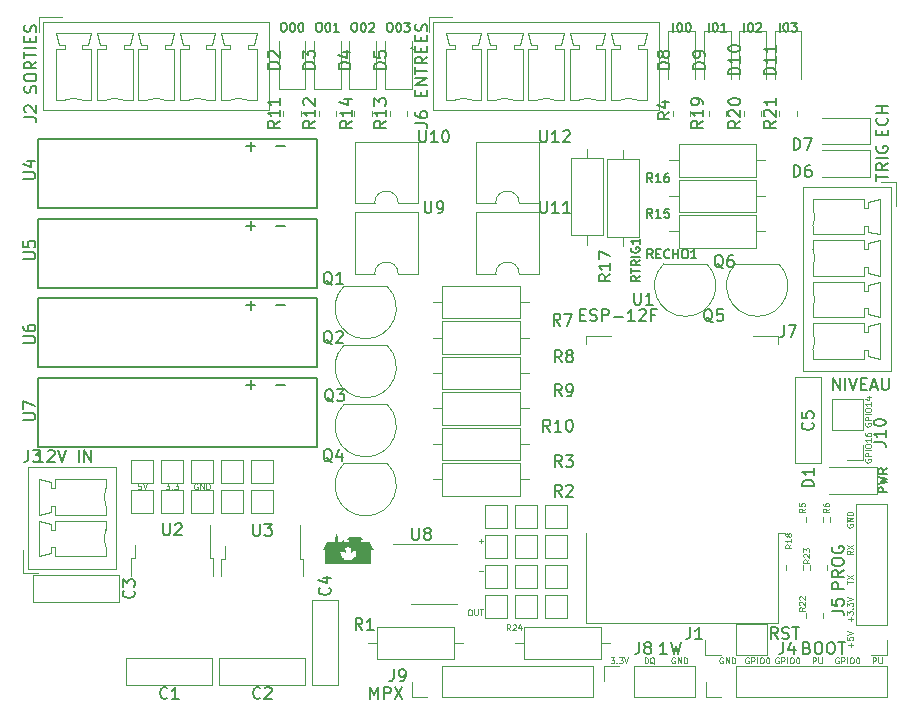
<source format=gbr>
%TF.GenerationSoftware,KiCad,Pcbnew,(6.0.7)*%
%TF.CreationDate,2023-02-02T17:51:50-05:00*%
%TF.ProjectId,ESPoules,4553506f-756c-4657-932e-6b696361645f,rev?*%
%TF.SameCoordinates,Original*%
%TF.FileFunction,Legend,Top*%
%TF.FilePolarity,Positive*%
%FSLAX46Y46*%
G04 Gerber Fmt 4.6, Leading zero omitted, Abs format (unit mm)*
G04 Created by KiCad (PCBNEW (6.0.7)) date 2023-02-02 17:51:50*
%MOMM*%
%LPD*%
G01*
G04 APERTURE LIST*
%ADD10C,0.100000*%
%ADD11C,0.150000*%
%ADD12C,0.125000*%
%ADD13C,0.120000*%
G04 APERTURE END LIST*
D10*
X207490190Y-140037333D02*
X207252095Y-140204000D01*
X207490190Y-140323047D02*
X206990190Y-140323047D01*
X206990190Y-140132571D01*
X207014000Y-140084952D01*
X207037809Y-140061142D01*
X207085428Y-140037333D01*
X207156857Y-140037333D01*
X207204476Y-140061142D01*
X207228285Y-140084952D01*
X207252095Y-140132571D01*
X207252095Y-140323047D01*
X206990190Y-139870666D02*
X207490190Y-139537333D01*
X206990190Y-139537333D02*
X207490190Y-139870666D01*
X201191904Y-149102000D02*
X201144285Y-149078190D01*
X201072857Y-149078190D01*
X201001428Y-149102000D01*
X200953809Y-149149619D01*
X200930000Y-149197238D01*
X200906190Y-149292476D01*
X200906190Y-149363904D01*
X200930000Y-149459142D01*
X200953809Y-149506761D01*
X201001428Y-149554380D01*
X201072857Y-149578190D01*
X201120476Y-149578190D01*
X201191904Y-149554380D01*
X201215714Y-149530571D01*
X201215714Y-149363904D01*
X201120476Y-149363904D01*
X201430000Y-149578190D02*
X201430000Y-149078190D01*
X201620476Y-149078190D01*
X201668095Y-149102000D01*
X201691904Y-149125809D01*
X201715714Y-149173428D01*
X201715714Y-149244857D01*
X201691904Y-149292476D01*
X201668095Y-149316285D01*
X201620476Y-149340095D01*
X201430000Y-149340095D01*
X201930000Y-149578190D02*
X201930000Y-149078190D01*
X202263333Y-149078190D02*
X202358571Y-149078190D01*
X202406190Y-149102000D01*
X202453809Y-149149619D01*
X202477619Y-149244857D01*
X202477619Y-149411523D01*
X202453809Y-149506761D01*
X202406190Y-149554380D01*
X202358571Y-149578190D01*
X202263333Y-149578190D01*
X202215714Y-149554380D01*
X202168095Y-149506761D01*
X202144285Y-149411523D01*
X202144285Y-149244857D01*
X202168095Y-149149619D01*
X202215714Y-149102000D01*
X202263333Y-149078190D01*
X202787142Y-149078190D02*
X202834761Y-149078190D01*
X202882380Y-149102000D01*
X202906190Y-149125809D01*
X202930000Y-149173428D01*
X202953809Y-149268666D01*
X202953809Y-149387714D01*
X202930000Y-149482952D01*
X202906190Y-149530571D01*
X202882380Y-149554380D01*
X202834761Y-149578190D01*
X202787142Y-149578190D01*
X202739523Y-149554380D01*
X202715714Y-149530571D01*
X202691904Y-149482952D01*
X202668095Y-149387714D01*
X202668095Y-149268666D01*
X202691904Y-149173428D01*
X202715714Y-149125809D01*
X202739523Y-149102000D01*
X202787142Y-149078190D01*
X204077142Y-149578190D02*
X204077142Y-149078190D01*
X204267619Y-149078190D01*
X204315238Y-149102000D01*
X204339047Y-149125809D01*
X204362857Y-149173428D01*
X204362857Y-149244857D01*
X204339047Y-149292476D01*
X204315238Y-149316285D01*
X204267619Y-149340095D01*
X204077142Y-149340095D01*
X204577142Y-149078190D02*
X204577142Y-149482952D01*
X204600952Y-149530571D01*
X204624761Y-149554380D01*
X204672380Y-149578190D01*
X204767619Y-149578190D01*
X204815238Y-149554380D01*
X204839047Y-149530571D01*
X204862857Y-149482952D01*
X204862857Y-149078190D01*
X192405047Y-149102000D02*
X192357428Y-149078190D01*
X192286000Y-149078190D01*
X192214571Y-149102000D01*
X192166952Y-149149619D01*
X192143142Y-149197238D01*
X192119333Y-149292476D01*
X192119333Y-149363904D01*
X192143142Y-149459142D01*
X192166952Y-149506761D01*
X192214571Y-149554380D01*
X192286000Y-149578190D01*
X192333619Y-149578190D01*
X192405047Y-149554380D01*
X192428857Y-149530571D01*
X192428857Y-149363904D01*
X192333619Y-149363904D01*
X192643142Y-149578190D02*
X192643142Y-149078190D01*
X192928857Y-149578190D01*
X192928857Y-149078190D01*
X193166952Y-149578190D02*
X193166952Y-149078190D01*
X193286000Y-149078190D01*
X193357428Y-149102000D01*
X193405047Y-149149619D01*
X193428857Y-149197238D01*
X193452666Y-149292476D01*
X193452666Y-149363904D01*
X193428857Y-149459142D01*
X193405047Y-149506761D01*
X193357428Y-149554380D01*
X193286000Y-149578190D01*
X193166952Y-149578190D01*
X189853142Y-149578190D02*
X189853142Y-149078190D01*
X189972190Y-149078190D01*
X190043619Y-149102000D01*
X190091238Y-149149619D01*
X190115047Y-149197238D01*
X190138857Y-149292476D01*
X190138857Y-149363904D01*
X190115047Y-149459142D01*
X190091238Y-149506761D01*
X190043619Y-149554380D01*
X189972190Y-149578190D01*
X189853142Y-149578190D01*
X190686476Y-149625809D02*
X190638857Y-149602000D01*
X190591238Y-149554380D01*
X190519809Y-149482952D01*
X190472190Y-149459142D01*
X190424571Y-149459142D01*
X190448380Y-149578190D02*
X190400761Y-149554380D01*
X190353142Y-149506761D01*
X190329333Y-149411523D01*
X190329333Y-149244857D01*
X190353142Y-149149619D01*
X190400761Y-149102000D01*
X190448380Y-149078190D01*
X190543619Y-149078190D01*
X190591238Y-149102000D01*
X190638857Y-149149619D01*
X190662666Y-149244857D01*
X190662666Y-149411523D01*
X190638857Y-149506761D01*
X190591238Y-149554380D01*
X190543619Y-149578190D01*
X190448380Y-149578190D01*
X207014000Y-137794952D02*
X206990190Y-137842571D01*
X206990190Y-137914000D01*
X207014000Y-137985428D01*
X207061619Y-138033047D01*
X207109238Y-138056857D01*
X207204476Y-138080666D01*
X207275904Y-138080666D01*
X207371142Y-138056857D01*
X207418761Y-138033047D01*
X207466380Y-137985428D01*
X207490190Y-137914000D01*
X207490190Y-137866380D01*
X207466380Y-137794952D01*
X207442571Y-137771142D01*
X207275904Y-137771142D01*
X207275904Y-137866380D01*
X207490190Y-137556857D02*
X206990190Y-137556857D01*
X207490190Y-137271142D01*
X206990190Y-137271142D01*
X207490190Y-137033047D02*
X206990190Y-137033047D01*
X206990190Y-136914000D01*
X207014000Y-136842571D01*
X207061619Y-136794952D01*
X207109238Y-136771142D01*
X207204476Y-136747333D01*
X207275904Y-136747333D01*
X207371142Y-136771142D01*
X207418761Y-136794952D01*
X207466380Y-136842571D01*
X207490190Y-136914000D01*
X207490190Y-137033047D01*
X186967904Y-149078190D02*
X187277428Y-149078190D01*
X187110761Y-149268666D01*
X187182190Y-149268666D01*
X187229809Y-149292476D01*
X187253619Y-149316285D01*
X187277428Y-149363904D01*
X187277428Y-149482952D01*
X187253619Y-149530571D01*
X187229809Y-149554380D01*
X187182190Y-149578190D01*
X187039333Y-149578190D01*
X186991714Y-149554380D01*
X186967904Y-149530571D01*
X187491714Y-149530571D02*
X187515523Y-149554380D01*
X187491714Y-149578190D01*
X187467904Y-149554380D01*
X187491714Y-149530571D01*
X187491714Y-149578190D01*
X187682190Y-149078190D02*
X187991714Y-149078190D01*
X187825047Y-149268666D01*
X187896476Y-149268666D01*
X187944095Y-149292476D01*
X187967904Y-149316285D01*
X187991714Y-149363904D01*
X187991714Y-149482952D01*
X187967904Y-149530571D01*
X187944095Y-149554380D01*
X187896476Y-149578190D01*
X187753619Y-149578190D01*
X187706000Y-149554380D01*
X187682190Y-149530571D01*
X188134571Y-149078190D02*
X188301238Y-149578190D01*
X188467904Y-149078190D01*
X207299714Y-148216857D02*
X207299714Y-147835904D01*
X207490190Y-148026380D02*
X207109238Y-148026380D01*
X206990190Y-147359714D02*
X206990190Y-147597809D01*
X207228285Y-147621619D01*
X207204476Y-147597809D01*
X207180666Y-147550190D01*
X207180666Y-147431142D01*
X207204476Y-147383523D01*
X207228285Y-147359714D01*
X207275904Y-147335904D01*
X207394952Y-147335904D01*
X207442571Y-147359714D01*
X207466380Y-147383523D01*
X207490190Y-147431142D01*
X207490190Y-147550190D01*
X207466380Y-147597809D01*
X207442571Y-147621619D01*
X206990190Y-147193047D02*
X207490190Y-147026380D01*
X206990190Y-146859714D01*
X209157142Y-149578190D02*
X209157142Y-149078190D01*
X209347619Y-149078190D01*
X209395238Y-149102000D01*
X209419047Y-149125809D01*
X209442857Y-149173428D01*
X209442857Y-149244857D01*
X209419047Y-149292476D01*
X209395238Y-149316285D01*
X209347619Y-149340095D01*
X209157142Y-149340095D01*
X209657142Y-149078190D02*
X209657142Y-149482952D01*
X209680952Y-149530571D01*
X209704761Y-149554380D01*
X209752380Y-149578190D01*
X209847619Y-149578190D01*
X209895238Y-149554380D01*
X209919047Y-149530571D01*
X209942857Y-149482952D01*
X209942857Y-149078190D01*
X208538000Y-129246190D02*
X208514190Y-129293809D01*
X208514190Y-129365238D01*
X208538000Y-129436666D01*
X208585619Y-129484285D01*
X208633238Y-129508095D01*
X208728476Y-129531904D01*
X208799904Y-129531904D01*
X208895142Y-129508095D01*
X208942761Y-129484285D01*
X208990380Y-129436666D01*
X209014190Y-129365238D01*
X209014190Y-129317619D01*
X208990380Y-129246190D01*
X208966571Y-129222380D01*
X208799904Y-129222380D01*
X208799904Y-129317619D01*
X209014190Y-129008095D02*
X208514190Y-129008095D01*
X208514190Y-128817619D01*
X208538000Y-128770000D01*
X208561809Y-128746190D01*
X208609428Y-128722380D01*
X208680857Y-128722380D01*
X208728476Y-128746190D01*
X208752285Y-128770000D01*
X208776095Y-128817619D01*
X208776095Y-129008095D01*
X209014190Y-128508095D02*
X208514190Y-128508095D01*
X208514190Y-128174761D02*
X208514190Y-128079523D01*
X208538000Y-128031904D01*
X208585619Y-127984285D01*
X208680857Y-127960476D01*
X208847523Y-127960476D01*
X208942761Y-127984285D01*
X208990380Y-128031904D01*
X209014190Y-128079523D01*
X209014190Y-128174761D01*
X208990380Y-128222380D01*
X208942761Y-128270000D01*
X208847523Y-128293809D01*
X208680857Y-128293809D01*
X208585619Y-128270000D01*
X208538000Y-128222380D01*
X208514190Y-128174761D01*
X209014190Y-127484285D02*
X209014190Y-127770000D01*
X209014190Y-127627142D02*
X208514190Y-127627142D01*
X208585619Y-127674761D01*
X208633238Y-127722380D01*
X208657047Y-127770000D01*
X208680857Y-127055714D02*
X209014190Y-127055714D01*
X208490380Y-127174761D02*
X208847523Y-127293809D01*
X208847523Y-126984285D01*
X206271904Y-149102000D02*
X206224285Y-149078190D01*
X206152857Y-149078190D01*
X206081428Y-149102000D01*
X206033809Y-149149619D01*
X206010000Y-149197238D01*
X205986190Y-149292476D01*
X205986190Y-149363904D01*
X206010000Y-149459142D01*
X206033809Y-149506761D01*
X206081428Y-149554380D01*
X206152857Y-149578190D01*
X206200476Y-149578190D01*
X206271904Y-149554380D01*
X206295714Y-149530571D01*
X206295714Y-149363904D01*
X206200476Y-149363904D01*
X206510000Y-149578190D02*
X206510000Y-149078190D01*
X206700476Y-149078190D01*
X206748095Y-149102000D01*
X206771904Y-149125809D01*
X206795714Y-149173428D01*
X206795714Y-149244857D01*
X206771904Y-149292476D01*
X206748095Y-149316285D01*
X206700476Y-149340095D01*
X206510000Y-149340095D01*
X207010000Y-149578190D02*
X207010000Y-149078190D01*
X207343333Y-149078190D02*
X207438571Y-149078190D01*
X207486190Y-149102000D01*
X207533809Y-149149619D01*
X207557619Y-149244857D01*
X207557619Y-149411523D01*
X207533809Y-149506761D01*
X207486190Y-149554380D01*
X207438571Y-149578190D01*
X207343333Y-149578190D01*
X207295714Y-149554380D01*
X207248095Y-149506761D01*
X207224285Y-149411523D01*
X207224285Y-149244857D01*
X207248095Y-149149619D01*
X207295714Y-149102000D01*
X207343333Y-149078190D01*
X207867142Y-149078190D02*
X207914761Y-149078190D01*
X207962380Y-149102000D01*
X207986190Y-149125809D01*
X208010000Y-149173428D01*
X208033809Y-149268666D01*
X208033809Y-149387714D01*
X208010000Y-149482952D01*
X207986190Y-149530571D01*
X207962380Y-149554380D01*
X207914761Y-149578190D01*
X207867142Y-149578190D01*
X207819523Y-149554380D01*
X207795714Y-149530571D01*
X207771904Y-149482952D01*
X207748095Y-149387714D01*
X207748095Y-149268666D01*
X207771904Y-149173428D01*
X207795714Y-149125809D01*
X207819523Y-149102000D01*
X207867142Y-149078190D01*
X207299714Y-146034000D02*
X207299714Y-145653047D01*
X207490190Y-145843523D02*
X207109238Y-145843523D01*
X206990190Y-145462571D02*
X206990190Y-145153047D01*
X207180666Y-145319714D01*
X207180666Y-145248285D01*
X207204476Y-145200666D01*
X207228285Y-145176857D01*
X207275904Y-145153047D01*
X207394952Y-145153047D01*
X207442571Y-145176857D01*
X207466380Y-145200666D01*
X207490190Y-145248285D01*
X207490190Y-145391142D01*
X207466380Y-145438761D01*
X207442571Y-145462571D01*
X207442571Y-144938761D02*
X207466380Y-144914952D01*
X207490190Y-144938761D01*
X207466380Y-144962571D01*
X207442571Y-144938761D01*
X207490190Y-144938761D01*
X206990190Y-144748285D02*
X206990190Y-144438761D01*
X207180666Y-144605428D01*
X207180666Y-144534000D01*
X207204476Y-144486380D01*
X207228285Y-144462571D01*
X207275904Y-144438761D01*
X207394952Y-144438761D01*
X207442571Y-144462571D01*
X207466380Y-144486380D01*
X207490190Y-144534000D01*
X207490190Y-144676857D01*
X207466380Y-144724476D01*
X207442571Y-144748285D01*
X206990190Y-144295904D02*
X207490190Y-144129238D01*
X206990190Y-143962571D01*
X198651904Y-149102000D02*
X198604285Y-149078190D01*
X198532857Y-149078190D01*
X198461428Y-149102000D01*
X198413809Y-149149619D01*
X198390000Y-149197238D01*
X198366190Y-149292476D01*
X198366190Y-149363904D01*
X198390000Y-149459142D01*
X198413809Y-149506761D01*
X198461428Y-149554380D01*
X198532857Y-149578190D01*
X198580476Y-149578190D01*
X198651904Y-149554380D01*
X198675714Y-149530571D01*
X198675714Y-149363904D01*
X198580476Y-149363904D01*
X198890000Y-149578190D02*
X198890000Y-149078190D01*
X199080476Y-149078190D01*
X199128095Y-149102000D01*
X199151904Y-149125809D01*
X199175714Y-149173428D01*
X199175714Y-149244857D01*
X199151904Y-149292476D01*
X199128095Y-149316285D01*
X199080476Y-149340095D01*
X198890000Y-149340095D01*
X199390000Y-149578190D02*
X199390000Y-149078190D01*
X199723333Y-149078190D02*
X199818571Y-149078190D01*
X199866190Y-149102000D01*
X199913809Y-149149619D01*
X199937619Y-149244857D01*
X199937619Y-149411523D01*
X199913809Y-149506761D01*
X199866190Y-149554380D01*
X199818571Y-149578190D01*
X199723333Y-149578190D01*
X199675714Y-149554380D01*
X199628095Y-149506761D01*
X199604285Y-149411523D01*
X199604285Y-149244857D01*
X199628095Y-149149619D01*
X199675714Y-149102000D01*
X199723333Y-149078190D01*
X200247142Y-149078190D02*
X200294761Y-149078190D01*
X200342380Y-149102000D01*
X200366190Y-149125809D01*
X200390000Y-149173428D01*
X200413809Y-149268666D01*
X200413809Y-149387714D01*
X200390000Y-149482952D01*
X200366190Y-149530571D01*
X200342380Y-149554380D01*
X200294761Y-149578190D01*
X200247142Y-149578190D01*
X200199523Y-149554380D01*
X200175714Y-149530571D01*
X200151904Y-149482952D01*
X200128095Y-149387714D01*
X200128095Y-149268666D01*
X200151904Y-149173428D01*
X200175714Y-149125809D01*
X200199523Y-149102000D01*
X200247142Y-149078190D01*
X208538000Y-132294190D02*
X208514190Y-132341809D01*
X208514190Y-132413238D01*
X208538000Y-132484666D01*
X208585619Y-132532285D01*
X208633238Y-132556095D01*
X208728476Y-132579904D01*
X208799904Y-132579904D01*
X208895142Y-132556095D01*
X208942761Y-132532285D01*
X208990380Y-132484666D01*
X209014190Y-132413238D01*
X209014190Y-132365619D01*
X208990380Y-132294190D01*
X208966571Y-132270380D01*
X208799904Y-132270380D01*
X208799904Y-132365619D01*
X209014190Y-132056095D02*
X208514190Y-132056095D01*
X208514190Y-131865619D01*
X208538000Y-131818000D01*
X208561809Y-131794190D01*
X208609428Y-131770380D01*
X208680857Y-131770380D01*
X208728476Y-131794190D01*
X208752285Y-131818000D01*
X208776095Y-131865619D01*
X208776095Y-132056095D01*
X209014190Y-131556095D02*
X208514190Y-131556095D01*
X208514190Y-131222761D02*
X208514190Y-131127523D01*
X208538000Y-131079904D01*
X208585619Y-131032285D01*
X208680857Y-131008476D01*
X208847523Y-131008476D01*
X208942761Y-131032285D01*
X208990380Y-131079904D01*
X209014190Y-131127523D01*
X209014190Y-131222761D01*
X208990380Y-131270380D01*
X208942761Y-131318000D01*
X208847523Y-131341809D01*
X208680857Y-131341809D01*
X208585619Y-131318000D01*
X208538000Y-131270380D01*
X208514190Y-131222761D01*
X209014190Y-130532285D02*
X209014190Y-130818000D01*
X209014190Y-130675142D02*
X208514190Y-130675142D01*
X208585619Y-130722761D01*
X208633238Y-130770380D01*
X208657047Y-130818000D01*
X208514190Y-130103714D02*
X208514190Y-130198952D01*
X208538000Y-130246571D01*
X208561809Y-130270380D01*
X208633238Y-130318000D01*
X208728476Y-130341809D01*
X208918952Y-130341809D01*
X208966571Y-130318000D01*
X208990380Y-130294190D01*
X209014190Y-130246571D01*
X209014190Y-130151333D01*
X208990380Y-130103714D01*
X208966571Y-130079904D01*
X208918952Y-130056095D01*
X208799904Y-130056095D01*
X208752285Y-130079904D01*
X208728476Y-130103714D01*
X208704666Y-130151333D01*
X208704666Y-130246571D01*
X208728476Y-130294190D01*
X208752285Y-130318000D01*
X208799904Y-130341809D01*
X196469047Y-149102000D02*
X196421428Y-149078190D01*
X196350000Y-149078190D01*
X196278571Y-149102000D01*
X196230952Y-149149619D01*
X196207142Y-149197238D01*
X196183333Y-149292476D01*
X196183333Y-149363904D01*
X196207142Y-149459142D01*
X196230952Y-149506761D01*
X196278571Y-149554380D01*
X196350000Y-149578190D01*
X196397619Y-149578190D01*
X196469047Y-149554380D01*
X196492857Y-149530571D01*
X196492857Y-149363904D01*
X196397619Y-149363904D01*
X196707142Y-149578190D02*
X196707142Y-149078190D01*
X196992857Y-149578190D01*
X196992857Y-149078190D01*
X197230952Y-149578190D02*
X197230952Y-149078190D01*
X197350000Y-149078190D01*
X197421428Y-149102000D01*
X197469047Y-149149619D01*
X197492857Y-149197238D01*
X197516666Y-149292476D01*
X197516666Y-149363904D01*
X197492857Y-149459142D01*
X197469047Y-149506761D01*
X197421428Y-149554380D01*
X197350000Y-149578190D01*
X197230952Y-149578190D01*
X206990190Y-142874952D02*
X206990190Y-142589238D01*
X207490190Y-142732095D02*
X206990190Y-142732095D01*
X206990190Y-142470190D02*
X207490190Y-142136857D01*
X206990190Y-142136857D02*
X207490190Y-142470190D01*
D11*
%TO.C,U9*%
X171238095Y-110452380D02*
X171238095Y-111261904D01*
X171285714Y-111357142D01*
X171333333Y-111404761D01*
X171428571Y-111452380D01*
X171619047Y-111452380D01*
X171714285Y-111404761D01*
X171761904Y-111357142D01*
X171809523Y-111261904D01*
X171809523Y-110452380D01*
X172333333Y-111452380D02*
X172523809Y-111452380D01*
X172619047Y-111404761D01*
X172666666Y-111357142D01*
X172761904Y-111214285D01*
X172809523Y-111023809D01*
X172809523Y-110642857D01*
X172761904Y-110547619D01*
X172714285Y-110500000D01*
X172619047Y-110452380D01*
X172428571Y-110452380D01*
X172333333Y-110500000D01*
X172285714Y-110547619D01*
X172238095Y-110642857D01*
X172238095Y-110880952D01*
X172285714Y-110976190D01*
X172333333Y-111023809D01*
X172428571Y-111071428D01*
X172619047Y-111071428D01*
X172714285Y-111023809D01*
X172761904Y-110976190D01*
X172809523Y-110880952D01*
D10*
%TO.C,REF\u002A\u002A*%
X149311190Y-134346190D02*
X149620714Y-134346190D01*
X149454047Y-134536666D01*
X149525476Y-134536666D01*
X149573095Y-134560476D01*
X149596904Y-134584285D01*
X149620714Y-134631904D01*
X149620714Y-134750952D01*
X149596904Y-134798571D01*
X149573095Y-134822380D01*
X149525476Y-134846190D01*
X149382619Y-134846190D01*
X149335000Y-134822380D01*
X149311190Y-134798571D01*
X149835000Y-134798571D02*
X149858809Y-134822380D01*
X149835000Y-134846190D01*
X149811190Y-134822380D01*
X149835000Y-134798571D01*
X149835000Y-134846190D01*
X150025476Y-134346190D02*
X150335000Y-134346190D01*
X150168333Y-134536666D01*
X150239761Y-134536666D01*
X150287380Y-134560476D01*
X150311190Y-134584285D01*
X150335000Y-134631904D01*
X150335000Y-134750952D01*
X150311190Y-134798571D01*
X150287380Y-134822380D01*
X150239761Y-134846190D01*
X150096904Y-134846190D01*
X150049285Y-134822380D01*
X150025476Y-134798571D01*
%TO.C,+*%
X175831523Y-139227714D02*
X176212476Y-139227714D01*
X176022000Y-139418190D02*
X176022000Y-139037238D01*
%TO.C,REF\u002A\u002A*%
X151994047Y-134370000D02*
X151946428Y-134346190D01*
X151875000Y-134346190D01*
X151803571Y-134370000D01*
X151755952Y-134417619D01*
X151732142Y-134465238D01*
X151708333Y-134560476D01*
X151708333Y-134631904D01*
X151732142Y-134727142D01*
X151755952Y-134774761D01*
X151803571Y-134822380D01*
X151875000Y-134846190D01*
X151922619Y-134846190D01*
X151994047Y-134822380D01*
X152017857Y-134798571D01*
X152017857Y-134631904D01*
X151922619Y-134631904D01*
X152232142Y-134846190D02*
X152232142Y-134346190D01*
X152517857Y-134846190D01*
X152517857Y-134346190D01*
X152755952Y-134846190D02*
X152755952Y-134346190D01*
X152875000Y-134346190D01*
X152946428Y-134370000D01*
X152994047Y-134417619D01*
X153017857Y-134465238D01*
X153041666Y-134560476D01*
X153041666Y-134631904D01*
X153017857Y-134727142D01*
X152994047Y-134774761D01*
X152946428Y-134822380D01*
X152875000Y-134846190D01*
X152755952Y-134846190D01*
%TO.C,-*%
X175831523Y-141767714D02*
X176212476Y-141767714D01*
%TO.C,REF\u002A\u002A*%
X147199761Y-134346190D02*
X146961666Y-134346190D01*
X146937857Y-134584285D01*
X146961666Y-134560476D01*
X147009285Y-134536666D01*
X147128333Y-134536666D01*
X147175952Y-134560476D01*
X147199761Y-134584285D01*
X147223571Y-134631904D01*
X147223571Y-134750952D01*
X147199761Y-134798571D01*
X147175952Y-134822380D01*
X147128333Y-134846190D01*
X147009285Y-134846190D01*
X146961666Y-134822380D01*
X146937857Y-134798571D01*
X147366428Y-134346190D02*
X147533095Y-134846190D01*
X147699761Y-134346190D01*
%TO.C,OUT*%
X175014000Y-145014190D02*
X175109238Y-145014190D01*
X175156857Y-145038000D01*
X175204476Y-145085619D01*
X175228285Y-145180857D01*
X175228285Y-145347523D01*
X175204476Y-145442761D01*
X175156857Y-145490380D01*
X175109238Y-145514190D01*
X175014000Y-145514190D01*
X174966380Y-145490380D01*
X174918761Y-145442761D01*
X174894952Y-145347523D01*
X174894952Y-145180857D01*
X174918761Y-145085619D01*
X174966380Y-145038000D01*
X175014000Y-145014190D01*
X175442571Y-145014190D02*
X175442571Y-145418952D01*
X175466380Y-145466571D01*
X175490190Y-145490380D01*
X175537809Y-145514190D01*
X175633047Y-145514190D01*
X175680666Y-145490380D01*
X175704476Y-145466571D01*
X175728285Y-145418952D01*
X175728285Y-145014190D01*
X175894952Y-145014190D02*
X176180666Y-145014190D01*
X176037809Y-145514190D02*
X176037809Y-145014190D01*
%TO.C,R24*%
X178494571Y-146784190D02*
X178327904Y-146546095D01*
X178208857Y-146784190D02*
X178208857Y-146284190D01*
X178399333Y-146284190D01*
X178446952Y-146308000D01*
X178470761Y-146331809D01*
X178494571Y-146379428D01*
X178494571Y-146450857D01*
X178470761Y-146498476D01*
X178446952Y-146522285D01*
X178399333Y-146546095D01*
X178208857Y-146546095D01*
X178685047Y-146331809D02*
X178708857Y-146308000D01*
X178756476Y-146284190D01*
X178875523Y-146284190D01*
X178923142Y-146308000D01*
X178946952Y-146331809D01*
X178970761Y-146379428D01*
X178970761Y-146427047D01*
X178946952Y-146498476D01*
X178661238Y-146784190D01*
X178970761Y-146784190D01*
X179399333Y-146450857D02*
X179399333Y-146784190D01*
X179280285Y-146260380D02*
X179161238Y-146617523D01*
X179470761Y-146617523D01*
D11*
%TO.C,D2*%
X158952380Y-99225595D02*
X157952380Y-99225595D01*
X157952380Y-98987500D01*
X158000000Y-98844642D01*
X158095238Y-98749404D01*
X158190476Y-98701785D01*
X158380952Y-98654166D01*
X158523809Y-98654166D01*
X158714285Y-98701785D01*
X158809523Y-98749404D01*
X158904761Y-98844642D01*
X158952380Y-98987500D01*
X158952380Y-99225595D01*
X158047619Y-98273214D02*
X158000000Y-98225595D01*
X157952380Y-98130357D01*
X157952380Y-97892261D01*
X158000000Y-97797023D01*
X158047619Y-97749404D01*
X158142857Y-97701785D01*
X158238095Y-97701785D01*
X158380952Y-97749404D01*
X158952380Y-98320833D01*
X158952380Y-97701785D01*
X159214285Y-95347285D02*
X159357142Y-95347285D01*
X159428571Y-95383000D01*
X159500000Y-95454428D01*
X159535714Y-95597285D01*
X159535714Y-95847285D01*
X159500000Y-95990142D01*
X159428571Y-96061571D01*
X159357142Y-96097285D01*
X159214285Y-96097285D01*
X159142857Y-96061571D01*
X159071428Y-95990142D01*
X159035714Y-95847285D01*
X159035714Y-95597285D01*
X159071428Y-95454428D01*
X159142857Y-95383000D01*
X159214285Y-95347285D01*
X160000000Y-95347285D02*
X160071428Y-95347285D01*
X160142857Y-95383000D01*
X160178571Y-95418714D01*
X160214285Y-95490142D01*
X160250000Y-95633000D01*
X160250000Y-95811571D01*
X160214285Y-95954428D01*
X160178571Y-96025857D01*
X160142857Y-96061571D01*
X160071428Y-96097285D01*
X160000000Y-96097285D01*
X159928571Y-96061571D01*
X159892857Y-96025857D01*
X159857142Y-95954428D01*
X159821428Y-95811571D01*
X159821428Y-95633000D01*
X159857142Y-95490142D01*
X159892857Y-95418714D01*
X159928571Y-95383000D01*
X160000000Y-95347285D01*
X160714285Y-95347285D02*
X160785714Y-95347285D01*
X160857142Y-95383000D01*
X160892857Y-95418714D01*
X160928571Y-95490142D01*
X160964285Y-95633000D01*
X160964285Y-95811571D01*
X160928571Y-95954428D01*
X160892857Y-96025857D01*
X160857142Y-96061571D01*
X160785714Y-96097285D01*
X160714285Y-96097285D01*
X160642857Y-96061571D01*
X160607142Y-96025857D01*
X160571428Y-95954428D01*
X160535714Y-95811571D01*
X160535714Y-95633000D01*
X160571428Y-95490142D01*
X160607142Y-95418714D01*
X160642857Y-95383000D01*
X160714285Y-95347285D01*
%TO.C,J9*%
X168616666Y-150082380D02*
X168616666Y-150796666D01*
X168569047Y-150939523D01*
X168473809Y-151034761D01*
X168330952Y-151082380D01*
X168235714Y-151082380D01*
X169140476Y-151082380D02*
X169330952Y-151082380D01*
X169426190Y-151034761D01*
X169473809Y-150987142D01*
X169569047Y-150844285D01*
X169616666Y-150653809D01*
X169616666Y-150272857D01*
X169569047Y-150177619D01*
X169521428Y-150130000D01*
X169426190Y-150082380D01*
X169235714Y-150082380D01*
X169140476Y-150130000D01*
X169092857Y-150177619D01*
X169045238Y-150272857D01*
X169045238Y-150510952D01*
X169092857Y-150606190D01*
X169140476Y-150653809D01*
X169235714Y-150701428D01*
X169426190Y-150701428D01*
X169521428Y-150653809D01*
X169569047Y-150606190D01*
X169616666Y-150510952D01*
X166640476Y-152582380D02*
X166640476Y-151582380D01*
X166973809Y-152296666D01*
X167307142Y-151582380D01*
X167307142Y-152582380D01*
X167783333Y-152582380D02*
X167783333Y-151582380D01*
X168164285Y-151582380D01*
X168259523Y-151630000D01*
X168307142Y-151677619D01*
X168354761Y-151772857D01*
X168354761Y-151915714D01*
X168307142Y-152010952D01*
X168259523Y-152058571D01*
X168164285Y-152106190D01*
X167783333Y-152106190D01*
X168688095Y-151582380D02*
X169354761Y-152582380D01*
X169354761Y-151582380D02*
X168688095Y-152582380D01*
%TO.C,U5*%
X137252380Y-115361904D02*
X138061904Y-115361904D01*
X138157142Y-115314285D01*
X138204761Y-115266666D01*
X138252380Y-115171428D01*
X138252380Y-114980952D01*
X138204761Y-114885714D01*
X138157142Y-114838095D01*
X138061904Y-114790476D01*
X137252380Y-114790476D01*
X137252380Y-113838095D02*
X137252380Y-114314285D01*
X137728571Y-114361904D01*
X137680952Y-114314285D01*
X137633333Y-114219047D01*
X137633333Y-113980952D01*
X137680952Y-113885714D01*
X137728571Y-113838095D01*
X137823809Y-113790476D01*
X138061904Y-113790476D01*
X138157142Y-113838095D01*
X138204761Y-113885714D01*
X138252380Y-113980952D01*
X138252380Y-114219047D01*
X138204761Y-114314285D01*
X138157142Y-114361904D01*
X156129047Y-112532428D02*
X156890952Y-112532428D01*
X156510000Y-112913380D02*
X156510000Y-112151476D01*
X158669047Y-112532428D02*
X159430952Y-112532428D01*
%TO.C,J5*%
X205700380Y-145113333D02*
X206414666Y-145113333D01*
X206557523Y-145160952D01*
X206652761Y-145256190D01*
X206700380Y-145399047D01*
X206700380Y-145494285D01*
X205700380Y-144160952D02*
X205700380Y-144637142D01*
X206176571Y-144684761D01*
X206128952Y-144637142D01*
X206081333Y-144541904D01*
X206081333Y-144303809D01*
X206128952Y-144208571D01*
X206176571Y-144160952D01*
X206271809Y-144113333D01*
X206509904Y-144113333D01*
X206605142Y-144160952D01*
X206652761Y-144208571D01*
X206700380Y-144303809D01*
X206700380Y-144541904D01*
X206652761Y-144637142D01*
X206605142Y-144684761D01*
X206700380Y-143263714D02*
X205700380Y-143263714D01*
X205700380Y-142882761D01*
X205748000Y-142787523D01*
X205795619Y-142739904D01*
X205890857Y-142692285D01*
X206033714Y-142692285D01*
X206128952Y-142739904D01*
X206176571Y-142787523D01*
X206224190Y-142882761D01*
X206224190Y-143263714D01*
X206700380Y-141692285D02*
X206224190Y-142025619D01*
X206700380Y-142263714D02*
X205700380Y-142263714D01*
X205700380Y-141882761D01*
X205748000Y-141787523D01*
X205795619Y-141739904D01*
X205890857Y-141692285D01*
X206033714Y-141692285D01*
X206128952Y-141739904D01*
X206176571Y-141787523D01*
X206224190Y-141882761D01*
X206224190Y-142263714D01*
X205700380Y-141073238D02*
X205700380Y-140882761D01*
X205748000Y-140787523D01*
X205843238Y-140692285D01*
X206033714Y-140644666D01*
X206367047Y-140644666D01*
X206557523Y-140692285D01*
X206652761Y-140787523D01*
X206700380Y-140882761D01*
X206700380Y-141073238D01*
X206652761Y-141168476D01*
X206557523Y-141263714D01*
X206367047Y-141311333D01*
X206033714Y-141311333D01*
X205843238Y-141263714D01*
X205748000Y-141168476D01*
X205700380Y-141073238D01*
X205748000Y-139692285D02*
X205700380Y-139787523D01*
X205700380Y-139930380D01*
X205748000Y-140073238D01*
X205843238Y-140168476D01*
X205938476Y-140216095D01*
X206128952Y-140263714D01*
X206271809Y-140263714D01*
X206462285Y-140216095D01*
X206557523Y-140168476D01*
X206652761Y-140073238D01*
X206700380Y-139930380D01*
X206700380Y-139835142D01*
X206652761Y-139692285D01*
X206605142Y-139644666D01*
X206271809Y-139644666D01*
X206271809Y-139835142D01*
%TO.C,R10*%
X181857142Y-129952380D02*
X181523809Y-129476190D01*
X181285714Y-129952380D02*
X181285714Y-128952380D01*
X181666666Y-128952380D01*
X181761904Y-129000000D01*
X181809523Y-129047619D01*
X181857142Y-129142857D01*
X181857142Y-129285714D01*
X181809523Y-129380952D01*
X181761904Y-129428571D01*
X181666666Y-129476190D01*
X181285714Y-129476190D01*
X182809523Y-129952380D02*
X182238095Y-129952380D01*
X182523809Y-129952380D02*
X182523809Y-128952380D01*
X182428571Y-129095238D01*
X182333333Y-129190476D01*
X182238095Y-129238095D01*
X183428571Y-128952380D02*
X183523809Y-128952380D01*
X183619047Y-129000000D01*
X183666666Y-129047619D01*
X183714285Y-129142857D01*
X183761904Y-129333333D01*
X183761904Y-129571428D01*
X183714285Y-129761904D01*
X183666666Y-129857142D01*
X183619047Y-129904761D01*
X183523809Y-129952380D01*
X183428571Y-129952380D01*
X183333333Y-129904761D01*
X183285714Y-129857142D01*
X183238095Y-129761904D01*
X183190476Y-129571428D01*
X183190476Y-129333333D01*
X183238095Y-129142857D01*
X183285714Y-129047619D01*
X183333333Y-129000000D01*
X183428571Y-128952380D01*
%TO.C,C5*%
X204065142Y-129198666D02*
X204112761Y-129246285D01*
X204160380Y-129389142D01*
X204160380Y-129484380D01*
X204112761Y-129627238D01*
X204017523Y-129722476D01*
X203922285Y-129770095D01*
X203731809Y-129817714D01*
X203588952Y-129817714D01*
X203398476Y-129770095D01*
X203303238Y-129722476D01*
X203208000Y-129627238D01*
X203160380Y-129484380D01*
X203160380Y-129389142D01*
X203208000Y-129246285D01*
X203255619Y-129198666D01*
X203160380Y-128293904D02*
X203160380Y-128770095D01*
X203636571Y-128817714D01*
X203588952Y-128770095D01*
X203541333Y-128674857D01*
X203541333Y-128436761D01*
X203588952Y-128341523D01*
X203636571Y-128293904D01*
X203731809Y-128246285D01*
X203969904Y-128246285D01*
X204065142Y-128293904D01*
X204112761Y-128341523D01*
X204160380Y-128436761D01*
X204160380Y-128674857D01*
X204112761Y-128770095D01*
X204065142Y-128817714D01*
%TO.C,R21*%
X200952380Y-103642857D02*
X200476190Y-103976190D01*
X200952380Y-104214285D02*
X199952380Y-104214285D01*
X199952380Y-103833333D01*
X200000000Y-103738095D01*
X200047619Y-103690476D01*
X200142857Y-103642857D01*
X200285714Y-103642857D01*
X200380952Y-103690476D01*
X200428571Y-103738095D01*
X200476190Y-103833333D01*
X200476190Y-104214285D01*
X200047619Y-103261904D02*
X200000000Y-103214285D01*
X199952380Y-103119047D01*
X199952380Y-102880952D01*
X200000000Y-102785714D01*
X200047619Y-102738095D01*
X200142857Y-102690476D01*
X200238095Y-102690476D01*
X200380952Y-102738095D01*
X200952380Y-103309523D01*
X200952380Y-102690476D01*
X200952380Y-101738095D02*
X200952380Y-102309523D01*
X200952380Y-102023809D02*
X199952380Y-102023809D01*
X200095238Y-102119047D01*
X200190476Y-102214285D01*
X200238095Y-102309523D01*
%TO.C,R2*%
X182833333Y-135452380D02*
X182500000Y-134976190D01*
X182261904Y-135452380D02*
X182261904Y-134452380D01*
X182642857Y-134452380D01*
X182738095Y-134500000D01*
X182785714Y-134547619D01*
X182833333Y-134642857D01*
X182833333Y-134785714D01*
X182785714Y-134880952D01*
X182738095Y-134928571D01*
X182642857Y-134976190D01*
X182261904Y-134976190D01*
X183214285Y-134547619D02*
X183261904Y-134500000D01*
X183357142Y-134452380D01*
X183595238Y-134452380D01*
X183690476Y-134500000D01*
X183738095Y-134547619D01*
X183785714Y-134642857D01*
X183785714Y-134738095D01*
X183738095Y-134880952D01*
X183166666Y-135452380D01*
X183785714Y-135452380D01*
%TO.C,R12*%
X161952380Y-103642857D02*
X161476190Y-103976190D01*
X161952380Y-104214285D02*
X160952380Y-104214285D01*
X160952380Y-103833333D01*
X161000000Y-103738095D01*
X161047619Y-103690476D01*
X161142857Y-103642857D01*
X161285714Y-103642857D01*
X161380952Y-103690476D01*
X161428571Y-103738095D01*
X161476190Y-103833333D01*
X161476190Y-104214285D01*
X161952380Y-102690476D02*
X161952380Y-103261904D01*
X161952380Y-102976190D02*
X160952380Y-102976190D01*
X161095238Y-103071428D01*
X161190476Y-103166666D01*
X161238095Y-103261904D01*
X161047619Y-102309523D02*
X161000000Y-102261904D01*
X160952380Y-102166666D01*
X160952380Y-101928571D01*
X161000000Y-101833333D01*
X161047619Y-101785714D01*
X161142857Y-101738095D01*
X161238095Y-101738095D01*
X161380952Y-101785714D01*
X161952380Y-102357142D01*
X161952380Y-101738095D01*
D10*
%TO.C,R18*%
X202283190Y-139513428D02*
X202045095Y-139680095D01*
X202283190Y-139799142D02*
X201783190Y-139799142D01*
X201783190Y-139608666D01*
X201807000Y-139561047D01*
X201830809Y-139537238D01*
X201878428Y-139513428D01*
X201949857Y-139513428D01*
X201997476Y-139537238D01*
X202021285Y-139561047D01*
X202045095Y-139608666D01*
X202045095Y-139799142D01*
X202283190Y-139037238D02*
X202283190Y-139322952D01*
X202283190Y-139180095D02*
X201783190Y-139180095D01*
X201854619Y-139227714D01*
X201902238Y-139275333D01*
X201926047Y-139322952D01*
X201997476Y-138751523D02*
X201973666Y-138799142D01*
X201949857Y-138822952D01*
X201902238Y-138846761D01*
X201878428Y-138846761D01*
X201830809Y-138822952D01*
X201807000Y-138799142D01*
X201783190Y-138751523D01*
X201783190Y-138656285D01*
X201807000Y-138608666D01*
X201830809Y-138584857D01*
X201878428Y-138561047D01*
X201902238Y-138561047D01*
X201949857Y-138584857D01*
X201973666Y-138608666D01*
X201997476Y-138656285D01*
X201997476Y-138751523D01*
X202021285Y-138799142D01*
X202045095Y-138822952D01*
X202092714Y-138846761D01*
X202187952Y-138846761D01*
X202235571Y-138822952D01*
X202259380Y-138799142D01*
X202283190Y-138751523D01*
X202283190Y-138656285D01*
X202259380Y-138608666D01*
X202235571Y-138584857D01*
X202187952Y-138561047D01*
X202092714Y-138561047D01*
X202045095Y-138584857D01*
X202021285Y-138608666D01*
X201997476Y-138656285D01*
D11*
%TO.C,D8*%
X191952380Y-99238095D02*
X190952380Y-99238095D01*
X190952380Y-99000000D01*
X191000000Y-98857142D01*
X191095238Y-98761904D01*
X191190476Y-98714285D01*
X191380952Y-98666666D01*
X191523809Y-98666666D01*
X191714285Y-98714285D01*
X191809523Y-98761904D01*
X191904761Y-98857142D01*
X191952380Y-99000000D01*
X191952380Y-99238095D01*
X191380952Y-98095238D02*
X191333333Y-98190476D01*
X191285714Y-98238095D01*
X191190476Y-98285714D01*
X191142857Y-98285714D01*
X191047619Y-98238095D01*
X191000000Y-98190476D01*
X190952380Y-98095238D01*
X190952380Y-97904761D01*
X191000000Y-97809523D01*
X191047619Y-97761904D01*
X191142857Y-97714285D01*
X191190476Y-97714285D01*
X191285714Y-97761904D01*
X191333333Y-97809523D01*
X191380952Y-97904761D01*
X191380952Y-98095238D01*
X191428571Y-98190476D01*
X191476190Y-98238095D01*
X191571428Y-98285714D01*
X191761904Y-98285714D01*
X191857142Y-98238095D01*
X191904761Y-98190476D01*
X191952380Y-98095238D01*
X191952380Y-97904761D01*
X191904761Y-97809523D01*
X191857142Y-97761904D01*
X191761904Y-97714285D01*
X191571428Y-97714285D01*
X191476190Y-97761904D01*
X191428571Y-97809523D01*
X191380952Y-97904761D01*
X192285714Y-96097285D02*
X192285714Y-95347285D01*
X192785714Y-95347285D02*
X192857142Y-95347285D01*
X192928571Y-95383000D01*
X192964285Y-95418714D01*
X193000000Y-95490142D01*
X193035714Y-95633000D01*
X193035714Y-95811571D01*
X193000000Y-95954428D01*
X192964285Y-96025857D01*
X192928571Y-96061571D01*
X192857142Y-96097285D01*
X192785714Y-96097285D01*
X192714285Y-96061571D01*
X192678571Y-96025857D01*
X192642857Y-95954428D01*
X192607142Y-95811571D01*
X192607142Y-95633000D01*
X192642857Y-95490142D01*
X192678571Y-95418714D01*
X192714285Y-95383000D01*
X192785714Y-95347285D01*
X193500000Y-95347285D02*
X193571428Y-95347285D01*
X193642857Y-95383000D01*
X193678571Y-95418714D01*
X193714285Y-95490142D01*
X193750000Y-95633000D01*
X193750000Y-95811571D01*
X193714285Y-95954428D01*
X193678571Y-96025857D01*
X193642857Y-96061571D01*
X193571428Y-96097285D01*
X193500000Y-96097285D01*
X193428571Y-96061571D01*
X193392857Y-96025857D01*
X193357142Y-95954428D01*
X193321428Y-95811571D01*
X193321428Y-95633000D01*
X193357142Y-95490142D01*
X193392857Y-95418714D01*
X193428571Y-95383000D01*
X193500000Y-95347285D01*
D12*
%TO.C,R23*%
X203807190Y-140783428D02*
X203569095Y-140950095D01*
X203807190Y-141069142D02*
X203307190Y-141069142D01*
X203307190Y-140878666D01*
X203331000Y-140831047D01*
X203354809Y-140807238D01*
X203402428Y-140783428D01*
X203473857Y-140783428D01*
X203521476Y-140807238D01*
X203545285Y-140831047D01*
X203569095Y-140878666D01*
X203569095Y-141069142D01*
X203354809Y-140592952D02*
X203331000Y-140569142D01*
X203307190Y-140521523D01*
X203307190Y-140402476D01*
X203331000Y-140354857D01*
X203354809Y-140331047D01*
X203402428Y-140307238D01*
X203450047Y-140307238D01*
X203521476Y-140331047D01*
X203807190Y-140616761D01*
X203807190Y-140307238D01*
X203307190Y-140140571D02*
X203307190Y-139831047D01*
X203497666Y-139997714D01*
X203497666Y-139926285D01*
X203521476Y-139878666D01*
X203545285Y-139854857D01*
X203592904Y-139831047D01*
X203711952Y-139831047D01*
X203759571Y-139854857D01*
X203783380Y-139878666D01*
X203807190Y-139926285D01*
X203807190Y-140069142D01*
X203783380Y-140116761D01*
X203759571Y-140140571D01*
D11*
%TO.C,C4*%
X163171142Y-143168666D02*
X163218761Y-143216285D01*
X163266380Y-143359142D01*
X163266380Y-143454380D01*
X163218761Y-143597238D01*
X163123523Y-143692476D01*
X163028285Y-143740095D01*
X162837809Y-143787714D01*
X162694952Y-143787714D01*
X162504476Y-143740095D01*
X162409238Y-143692476D01*
X162314000Y-143597238D01*
X162266380Y-143454380D01*
X162266380Y-143359142D01*
X162314000Y-143216285D01*
X162361619Y-143168666D01*
X162599714Y-142311523D02*
X163266380Y-142311523D01*
X162218761Y-142549619D02*
X162933047Y-142787714D01*
X162933047Y-142168666D01*
%TO.C,U11*%
X181011904Y-110452380D02*
X181011904Y-111261904D01*
X181059523Y-111357142D01*
X181107142Y-111404761D01*
X181202380Y-111452380D01*
X181392857Y-111452380D01*
X181488095Y-111404761D01*
X181535714Y-111357142D01*
X181583333Y-111261904D01*
X181583333Y-110452380D01*
X182583333Y-111452380D02*
X182011904Y-111452380D01*
X182297619Y-111452380D02*
X182297619Y-110452380D01*
X182202380Y-110595238D01*
X182107142Y-110690476D01*
X182011904Y-110738095D01*
X183535714Y-111452380D02*
X182964285Y-111452380D01*
X183250000Y-111452380D02*
X183250000Y-110452380D01*
X183154761Y-110595238D01*
X183059523Y-110690476D01*
X182964285Y-110738095D01*
%TO.C,J4*%
X201596666Y-147788380D02*
X201596666Y-148502666D01*
X201549047Y-148645523D01*
X201453809Y-148740761D01*
X201310952Y-148788380D01*
X201215714Y-148788380D01*
X202501428Y-148121714D02*
X202501428Y-148788380D01*
X202263333Y-147740761D02*
X202025238Y-148455047D01*
X202644285Y-148455047D01*
X203620857Y-148264571D02*
X203763714Y-148312190D01*
X203811333Y-148359809D01*
X203858952Y-148455047D01*
X203858952Y-148597904D01*
X203811333Y-148693142D01*
X203763714Y-148740761D01*
X203668476Y-148788380D01*
X203287523Y-148788380D01*
X203287523Y-147788380D01*
X203620857Y-147788380D01*
X203716095Y-147836000D01*
X203763714Y-147883619D01*
X203811333Y-147978857D01*
X203811333Y-148074095D01*
X203763714Y-148169333D01*
X203716095Y-148216952D01*
X203620857Y-148264571D01*
X203287523Y-148264571D01*
X204478000Y-147788380D02*
X204668476Y-147788380D01*
X204763714Y-147836000D01*
X204858952Y-147931238D01*
X204906571Y-148121714D01*
X204906571Y-148455047D01*
X204858952Y-148645523D01*
X204763714Y-148740761D01*
X204668476Y-148788380D01*
X204478000Y-148788380D01*
X204382761Y-148740761D01*
X204287523Y-148645523D01*
X204239904Y-148455047D01*
X204239904Y-148121714D01*
X204287523Y-147931238D01*
X204382761Y-147836000D01*
X204478000Y-147788380D01*
X205525619Y-147788380D02*
X205716095Y-147788380D01*
X205811333Y-147836000D01*
X205906571Y-147931238D01*
X205954190Y-148121714D01*
X205954190Y-148455047D01*
X205906571Y-148645523D01*
X205811333Y-148740761D01*
X205716095Y-148788380D01*
X205525619Y-148788380D01*
X205430380Y-148740761D01*
X205335142Y-148645523D01*
X205287523Y-148455047D01*
X205287523Y-148121714D01*
X205335142Y-147931238D01*
X205430380Y-147836000D01*
X205525619Y-147788380D01*
X206239904Y-147788380D02*
X206811333Y-147788380D01*
X206525619Y-148788380D02*
X206525619Y-147788380D01*
%TO.C,R7*%
X182713333Y-120975380D02*
X182380000Y-120499190D01*
X182141904Y-120975380D02*
X182141904Y-119975380D01*
X182522857Y-119975380D01*
X182618095Y-120023000D01*
X182665714Y-120070619D01*
X182713333Y-120165857D01*
X182713333Y-120308714D01*
X182665714Y-120403952D01*
X182618095Y-120451571D01*
X182522857Y-120499190D01*
X182141904Y-120499190D01*
X183046666Y-119975380D02*
X183713333Y-119975380D01*
X183284761Y-120975380D01*
%TO.C,D3*%
X161952380Y-99225595D02*
X160952380Y-99225595D01*
X160952380Y-98987500D01*
X161000000Y-98844642D01*
X161095238Y-98749404D01*
X161190476Y-98701785D01*
X161380952Y-98654166D01*
X161523809Y-98654166D01*
X161714285Y-98701785D01*
X161809523Y-98749404D01*
X161904761Y-98844642D01*
X161952380Y-98987500D01*
X161952380Y-99225595D01*
X160952380Y-98320833D02*
X160952380Y-97701785D01*
X161333333Y-98035119D01*
X161333333Y-97892261D01*
X161380952Y-97797023D01*
X161428571Y-97749404D01*
X161523809Y-97701785D01*
X161761904Y-97701785D01*
X161857142Y-97749404D01*
X161904761Y-97797023D01*
X161952380Y-97892261D01*
X161952380Y-98177976D01*
X161904761Y-98273214D01*
X161857142Y-98320833D01*
X162214285Y-95347285D02*
X162357142Y-95347285D01*
X162428571Y-95383000D01*
X162500000Y-95454428D01*
X162535714Y-95597285D01*
X162535714Y-95847285D01*
X162500000Y-95990142D01*
X162428571Y-96061571D01*
X162357142Y-96097285D01*
X162214285Y-96097285D01*
X162142857Y-96061571D01*
X162071428Y-95990142D01*
X162035714Y-95847285D01*
X162035714Y-95597285D01*
X162071428Y-95454428D01*
X162142857Y-95383000D01*
X162214285Y-95347285D01*
X163000000Y-95347285D02*
X163071428Y-95347285D01*
X163142857Y-95383000D01*
X163178571Y-95418714D01*
X163214285Y-95490142D01*
X163250000Y-95633000D01*
X163250000Y-95811571D01*
X163214285Y-95954428D01*
X163178571Y-96025857D01*
X163142857Y-96061571D01*
X163071428Y-96097285D01*
X163000000Y-96097285D01*
X162928571Y-96061571D01*
X162892857Y-96025857D01*
X162857142Y-95954428D01*
X162821428Y-95811571D01*
X162821428Y-95633000D01*
X162857142Y-95490142D01*
X162892857Y-95418714D01*
X162928571Y-95383000D01*
X163000000Y-95347285D01*
X163964285Y-96097285D02*
X163535714Y-96097285D01*
X163750000Y-96097285D02*
X163750000Y-95347285D01*
X163678571Y-95454428D01*
X163607142Y-95525857D01*
X163535714Y-95561571D01*
%TO.C,R8*%
X182833333Y-124082380D02*
X182500000Y-123606190D01*
X182261904Y-124082380D02*
X182261904Y-123082380D01*
X182642857Y-123082380D01*
X182738095Y-123130000D01*
X182785714Y-123177619D01*
X182833333Y-123272857D01*
X182833333Y-123415714D01*
X182785714Y-123510952D01*
X182738095Y-123558571D01*
X182642857Y-123606190D01*
X182261904Y-123606190D01*
X183404761Y-123510952D02*
X183309523Y-123463333D01*
X183261904Y-123415714D01*
X183214285Y-123320476D01*
X183214285Y-123272857D01*
X183261904Y-123177619D01*
X183309523Y-123130000D01*
X183404761Y-123082380D01*
X183595238Y-123082380D01*
X183690476Y-123130000D01*
X183738095Y-123177619D01*
X183785714Y-123272857D01*
X183785714Y-123320476D01*
X183738095Y-123415714D01*
X183690476Y-123463333D01*
X183595238Y-123510952D01*
X183404761Y-123510952D01*
X183309523Y-123558571D01*
X183261904Y-123606190D01*
X183214285Y-123701428D01*
X183214285Y-123891904D01*
X183261904Y-123987142D01*
X183309523Y-124034761D01*
X183404761Y-124082380D01*
X183595238Y-124082380D01*
X183690476Y-124034761D01*
X183738095Y-123987142D01*
X183785714Y-123891904D01*
X183785714Y-123701428D01*
X183738095Y-123606190D01*
X183690476Y-123558571D01*
X183595238Y-123510952D01*
%TO.C,R3*%
X182833333Y-132952380D02*
X182500000Y-132476190D01*
X182261904Y-132952380D02*
X182261904Y-131952380D01*
X182642857Y-131952380D01*
X182738095Y-132000000D01*
X182785714Y-132047619D01*
X182833333Y-132142857D01*
X182833333Y-132285714D01*
X182785714Y-132380952D01*
X182738095Y-132428571D01*
X182642857Y-132476190D01*
X182261904Y-132476190D01*
X183166666Y-131952380D02*
X183785714Y-131952380D01*
X183452380Y-132333333D01*
X183595238Y-132333333D01*
X183690476Y-132380952D01*
X183738095Y-132428571D01*
X183785714Y-132523809D01*
X183785714Y-132761904D01*
X183738095Y-132857142D01*
X183690476Y-132904761D01*
X183595238Y-132952380D01*
X183309523Y-132952380D01*
X183214285Y-132904761D01*
X183166666Y-132857142D01*
%TO.C,Q5*%
X195611761Y-120689619D02*
X195516523Y-120642000D01*
X195421285Y-120546761D01*
X195278428Y-120403904D01*
X195183190Y-120356285D01*
X195087952Y-120356285D01*
X195135571Y-120594380D02*
X195040333Y-120546761D01*
X194945095Y-120451523D01*
X194897476Y-120261047D01*
X194897476Y-119927714D01*
X194945095Y-119737238D01*
X195040333Y-119642000D01*
X195135571Y-119594380D01*
X195326047Y-119594380D01*
X195421285Y-119642000D01*
X195516523Y-119737238D01*
X195564142Y-119927714D01*
X195564142Y-120261047D01*
X195516523Y-120451523D01*
X195421285Y-120546761D01*
X195326047Y-120594380D01*
X195135571Y-120594380D01*
X196468904Y-119594380D02*
X195992714Y-119594380D01*
X195945095Y-120070571D01*
X195992714Y-120022952D01*
X196087952Y-119975333D01*
X196326047Y-119975333D01*
X196421285Y-120022952D01*
X196468904Y-120070571D01*
X196516523Y-120165809D01*
X196516523Y-120403904D01*
X196468904Y-120499142D01*
X196421285Y-120546761D01*
X196326047Y-120594380D01*
X196087952Y-120594380D01*
X195992714Y-120546761D01*
X195945095Y-120499142D01*
%TO.C,U8*%
X170180095Y-138136380D02*
X170180095Y-138945904D01*
X170227714Y-139041142D01*
X170275333Y-139088761D01*
X170370571Y-139136380D01*
X170561047Y-139136380D01*
X170656285Y-139088761D01*
X170703904Y-139041142D01*
X170751523Y-138945904D01*
X170751523Y-138136380D01*
X171370571Y-138564952D02*
X171275333Y-138517333D01*
X171227714Y-138469714D01*
X171180095Y-138374476D01*
X171180095Y-138326857D01*
X171227714Y-138231619D01*
X171275333Y-138184000D01*
X171370571Y-138136380D01*
X171561047Y-138136380D01*
X171656285Y-138184000D01*
X171703904Y-138231619D01*
X171751523Y-138326857D01*
X171751523Y-138374476D01*
X171703904Y-138469714D01*
X171656285Y-138517333D01*
X171561047Y-138564952D01*
X171370571Y-138564952D01*
X171275333Y-138612571D01*
X171227714Y-138660190D01*
X171180095Y-138755428D01*
X171180095Y-138945904D01*
X171227714Y-139041142D01*
X171275333Y-139088761D01*
X171370571Y-139136380D01*
X171561047Y-139136380D01*
X171656285Y-139088761D01*
X171703904Y-139041142D01*
X171751523Y-138945904D01*
X171751523Y-138755428D01*
X171703904Y-138660190D01*
X171656285Y-138612571D01*
X171561047Y-138564952D01*
%TO.C,R20*%
X197952380Y-103642857D02*
X197476190Y-103976190D01*
X197952380Y-104214285D02*
X196952380Y-104214285D01*
X196952380Y-103833333D01*
X197000000Y-103738095D01*
X197047619Y-103690476D01*
X197142857Y-103642857D01*
X197285714Y-103642857D01*
X197380952Y-103690476D01*
X197428571Y-103738095D01*
X197476190Y-103833333D01*
X197476190Y-104214285D01*
X197047619Y-103261904D02*
X197000000Y-103214285D01*
X196952380Y-103119047D01*
X196952380Y-102880952D01*
X197000000Y-102785714D01*
X197047619Y-102738095D01*
X197142857Y-102690476D01*
X197238095Y-102690476D01*
X197380952Y-102738095D01*
X197952380Y-103309523D01*
X197952380Y-102690476D01*
X196952380Y-102071428D02*
X196952380Y-101976190D01*
X197000000Y-101880952D01*
X197047619Y-101833333D01*
X197142857Y-101785714D01*
X197333333Y-101738095D01*
X197571428Y-101738095D01*
X197761904Y-101785714D01*
X197857142Y-101833333D01*
X197904761Y-101880952D01*
X197952380Y-101976190D01*
X197952380Y-102071428D01*
X197904761Y-102166666D01*
X197857142Y-102214285D01*
X197761904Y-102261904D01*
X197571428Y-102309523D01*
X197333333Y-102309523D01*
X197142857Y-102261904D01*
X197047619Y-102214285D01*
X197000000Y-102166666D01*
X196952380Y-102071428D01*
%TO.C,C3*%
X146589142Y-143422666D02*
X146636761Y-143470285D01*
X146684380Y-143613142D01*
X146684380Y-143708380D01*
X146636761Y-143851238D01*
X146541523Y-143946476D01*
X146446285Y-143994095D01*
X146255809Y-144041714D01*
X146112952Y-144041714D01*
X145922476Y-143994095D01*
X145827238Y-143946476D01*
X145732000Y-143851238D01*
X145684380Y-143708380D01*
X145684380Y-143613142D01*
X145732000Y-143470285D01*
X145779619Y-143422666D01*
X145684380Y-143089333D02*
X145684380Y-142470285D01*
X146065333Y-142803619D01*
X146065333Y-142660761D01*
X146112952Y-142565523D01*
X146160571Y-142517904D01*
X146255809Y-142470285D01*
X146493904Y-142470285D01*
X146589142Y-142517904D01*
X146636761Y-142565523D01*
X146684380Y-142660761D01*
X146684380Y-142946476D01*
X146636761Y-143041714D01*
X146589142Y-143089333D01*
%TO.C,D9*%
X194952380Y-99238095D02*
X193952380Y-99238095D01*
X193952380Y-99000000D01*
X194000000Y-98857142D01*
X194095238Y-98761904D01*
X194190476Y-98714285D01*
X194380952Y-98666666D01*
X194523809Y-98666666D01*
X194714285Y-98714285D01*
X194809523Y-98761904D01*
X194904761Y-98857142D01*
X194952380Y-99000000D01*
X194952380Y-99238095D01*
X194952380Y-98190476D02*
X194952380Y-98000000D01*
X194904761Y-97904761D01*
X194857142Y-97857142D01*
X194714285Y-97761904D01*
X194523809Y-97714285D01*
X194142857Y-97714285D01*
X194047619Y-97761904D01*
X194000000Y-97809523D01*
X193952380Y-97904761D01*
X193952380Y-98095238D01*
X194000000Y-98190476D01*
X194047619Y-98238095D01*
X194142857Y-98285714D01*
X194380952Y-98285714D01*
X194476190Y-98238095D01*
X194523809Y-98190476D01*
X194571428Y-98095238D01*
X194571428Y-97904761D01*
X194523809Y-97809523D01*
X194476190Y-97761904D01*
X194380952Y-97714285D01*
X195285714Y-96097285D02*
X195285714Y-95347285D01*
X195785714Y-95347285D02*
X195857142Y-95347285D01*
X195928571Y-95383000D01*
X195964285Y-95418714D01*
X196000000Y-95490142D01*
X196035714Y-95633000D01*
X196035714Y-95811571D01*
X196000000Y-95954428D01*
X195964285Y-96025857D01*
X195928571Y-96061571D01*
X195857142Y-96097285D01*
X195785714Y-96097285D01*
X195714285Y-96061571D01*
X195678571Y-96025857D01*
X195642857Y-95954428D01*
X195607142Y-95811571D01*
X195607142Y-95633000D01*
X195642857Y-95490142D01*
X195678571Y-95418714D01*
X195714285Y-95383000D01*
X195785714Y-95347285D01*
X196750000Y-96097285D02*
X196321428Y-96097285D01*
X196535714Y-96097285D02*
X196535714Y-95347285D01*
X196464285Y-95454428D01*
X196392857Y-95525857D01*
X196321428Y-95561571D01*
D10*
%TO.C,R6*%
X205458190Y-136481333D02*
X205220095Y-136648000D01*
X205458190Y-136767047D02*
X204958190Y-136767047D01*
X204958190Y-136576571D01*
X204982000Y-136528952D01*
X205005809Y-136505142D01*
X205053428Y-136481333D01*
X205124857Y-136481333D01*
X205172476Y-136505142D01*
X205196285Y-136528952D01*
X205220095Y-136576571D01*
X205220095Y-136767047D01*
X204958190Y-136052761D02*
X204958190Y-136148000D01*
X204982000Y-136195619D01*
X205005809Y-136219428D01*
X205077238Y-136267047D01*
X205172476Y-136290857D01*
X205362952Y-136290857D01*
X205410571Y-136267047D01*
X205434380Y-136243238D01*
X205458190Y-136195619D01*
X205458190Y-136100380D01*
X205434380Y-136052761D01*
X205410571Y-136028952D01*
X205362952Y-136005142D01*
X205243904Y-136005142D01*
X205196285Y-136028952D01*
X205172476Y-136052761D01*
X205148666Y-136100380D01*
X205148666Y-136195619D01*
X205172476Y-136243238D01*
X205196285Y-136267047D01*
X205243904Y-136290857D01*
%TO.C,R22*%
X203426190Y-144847428D02*
X203188095Y-145014095D01*
X203426190Y-145133142D02*
X202926190Y-145133142D01*
X202926190Y-144942666D01*
X202950000Y-144895047D01*
X202973809Y-144871238D01*
X203021428Y-144847428D01*
X203092857Y-144847428D01*
X203140476Y-144871238D01*
X203164285Y-144895047D01*
X203188095Y-144942666D01*
X203188095Y-145133142D01*
X202973809Y-144656952D02*
X202950000Y-144633142D01*
X202926190Y-144585523D01*
X202926190Y-144466476D01*
X202950000Y-144418857D01*
X202973809Y-144395047D01*
X203021428Y-144371238D01*
X203069047Y-144371238D01*
X203140476Y-144395047D01*
X203426190Y-144680761D01*
X203426190Y-144371238D01*
X202973809Y-144180761D02*
X202950000Y-144156952D01*
X202926190Y-144109333D01*
X202926190Y-143990285D01*
X202950000Y-143942666D01*
X202973809Y-143918857D01*
X203021428Y-143895047D01*
X203069047Y-143895047D01*
X203140476Y-143918857D01*
X203426190Y-144204571D01*
X203426190Y-143895047D01*
D11*
%TO.C,J8*%
X189404666Y-147788380D02*
X189404666Y-148502666D01*
X189357047Y-148645523D01*
X189261809Y-148740761D01*
X189118952Y-148788380D01*
X189023714Y-148788380D01*
X190023714Y-148216952D02*
X189928476Y-148169333D01*
X189880857Y-148121714D01*
X189833238Y-148026476D01*
X189833238Y-147978857D01*
X189880857Y-147883619D01*
X189928476Y-147836000D01*
X190023714Y-147788380D01*
X190214190Y-147788380D01*
X190309428Y-147836000D01*
X190357047Y-147883619D01*
X190404666Y-147978857D01*
X190404666Y-148026476D01*
X190357047Y-148121714D01*
X190309428Y-148169333D01*
X190214190Y-148216952D01*
X190023714Y-148216952D01*
X189928476Y-148264571D01*
X189880857Y-148312190D01*
X189833238Y-148407428D01*
X189833238Y-148597904D01*
X189880857Y-148693142D01*
X189928476Y-148740761D01*
X190023714Y-148788380D01*
X190214190Y-148788380D01*
X190309428Y-148740761D01*
X190357047Y-148693142D01*
X190404666Y-148597904D01*
X190404666Y-148407428D01*
X190357047Y-148312190D01*
X190309428Y-148264571D01*
X190214190Y-148216952D01*
X191738285Y-148788380D02*
X191166857Y-148788380D01*
X191452571Y-148788380D02*
X191452571Y-147788380D01*
X191357333Y-147931238D01*
X191262095Y-148026476D01*
X191166857Y-148074095D01*
X192071619Y-147788380D02*
X192309714Y-148788380D01*
X192500190Y-148074095D01*
X192690666Y-148788380D01*
X192928761Y-147788380D01*
%TO.C,J2*%
X137352380Y-103333333D02*
X138066666Y-103333333D01*
X138209523Y-103380952D01*
X138304761Y-103476190D01*
X138352380Y-103619047D01*
X138352380Y-103714285D01*
X137447619Y-102904761D02*
X137400000Y-102857142D01*
X137352380Y-102761904D01*
X137352380Y-102523809D01*
X137400000Y-102428571D01*
X137447619Y-102380952D01*
X137542857Y-102333333D01*
X137638095Y-102333333D01*
X137780952Y-102380952D01*
X138352380Y-102952380D01*
X138352380Y-102333333D01*
X138304761Y-101257142D02*
X138352380Y-101114285D01*
X138352380Y-100876190D01*
X138304761Y-100780952D01*
X138257142Y-100733333D01*
X138161904Y-100685714D01*
X138066666Y-100685714D01*
X137971428Y-100733333D01*
X137923809Y-100780952D01*
X137876190Y-100876190D01*
X137828571Y-101066666D01*
X137780952Y-101161904D01*
X137733333Y-101209523D01*
X137638095Y-101257142D01*
X137542857Y-101257142D01*
X137447619Y-101209523D01*
X137400000Y-101161904D01*
X137352380Y-101066666D01*
X137352380Y-100828571D01*
X137400000Y-100685714D01*
X137352380Y-100066666D02*
X137352380Y-99876190D01*
X137400000Y-99780952D01*
X137495238Y-99685714D01*
X137685714Y-99638095D01*
X138019047Y-99638095D01*
X138209523Y-99685714D01*
X138304761Y-99780952D01*
X138352380Y-99876190D01*
X138352380Y-100066666D01*
X138304761Y-100161904D01*
X138209523Y-100257142D01*
X138019047Y-100304761D01*
X137685714Y-100304761D01*
X137495238Y-100257142D01*
X137400000Y-100161904D01*
X137352380Y-100066666D01*
X138352380Y-98638095D02*
X137876190Y-98971428D01*
X138352380Y-99209523D02*
X137352380Y-99209523D01*
X137352380Y-98828571D01*
X137400000Y-98733333D01*
X137447619Y-98685714D01*
X137542857Y-98638095D01*
X137685714Y-98638095D01*
X137780952Y-98685714D01*
X137828571Y-98733333D01*
X137876190Y-98828571D01*
X137876190Y-99209523D01*
X137352380Y-98352380D02*
X137352380Y-97780952D01*
X138352380Y-98066666D02*
X137352380Y-98066666D01*
X138352380Y-97447619D02*
X137352380Y-97447619D01*
X137828571Y-96971428D02*
X137828571Y-96638095D01*
X138352380Y-96495238D02*
X138352380Y-96971428D01*
X137352380Y-96971428D01*
X137352380Y-96495238D01*
X138304761Y-96114285D02*
X138352380Y-95971428D01*
X138352380Y-95733333D01*
X138304761Y-95638095D01*
X138257142Y-95590476D01*
X138161904Y-95542857D01*
X138066666Y-95542857D01*
X137971428Y-95590476D01*
X137923809Y-95638095D01*
X137876190Y-95733333D01*
X137828571Y-95923809D01*
X137780952Y-96019047D01*
X137733333Y-96066666D01*
X137638095Y-96114285D01*
X137542857Y-96114285D01*
X137447619Y-96066666D01*
X137400000Y-96019047D01*
X137352380Y-95923809D01*
X137352380Y-95685714D01*
X137400000Y-95542857D01*
%TO.C,R11*%
X158952380Y-103642857D02*
X158476190Y-103976190D01*
X158952380Y-104214285D02*
X157952380Y-104214285D01*
X157952380Y-103833333D01*
X158000000Y-103738095D01*
X158047619Y-103690476D01*
X158142857Y-103642857D01*
X158285714Y-103642857D01*
X158380952Y-103690476D01*
X158428571Y-103738095D01*
X158476190Y-103833333D01*
X158476190Y-104214285D01*
X158952380Y-102690476D02*
X158952380Y-103261904D01*
X158952380Y-102976190D02*
X157952380Y-102976190D01*
X158095238Y-103071428D01*
X158190476Y-103166666D01*
X158238095Y-103261904D01*
X158952380Y-101738095D02*
X158952380Y-102309523D01*
X158952380Y-102023809D02*
X157952380Y-102023809D01*
X158095238Y-102119047D01*
X158190476Y-102214285D01*
X158238095Y-102309523D01*
%TO.C,J3*%
X137666666Y-131532380D02*
X137666666Y-132246666D01*
X137619047Y-132389523D01*
X137523809Y-132484761D01*
X137380952Y-132532380D01*
X137285714Y-132532380D01*
X138047619Y-131532380D02*
X138666666Y-131532380D01*
X138333333Y-131913333D01*
X138476190Y-131913333D01*
X138571428Y-131960952D01*
X138619047Y-132008571D01*
X138666666Y-132103809D01*
X138666666Y-132341904D01*
X138619047Y-132437142D01*
X138571428Y-132484761D01*
X138476190Y-132532380D01*
X138190476Y-132532380D01*
X138095238Y-132484761D01*
X138047619Y-132437142D01*
X138954095Y-132532380D02*
X138382666Y-132532380D01*
X138668380Y-132532380D02*
X138668380Y-131532380D01*
X138573142Y-131675238D01*
X138477904Y-131770476D01*
X138382666Y-131818095D01*
X139335047Y-131627619D02*
X139382666Y-131580000D01*
X139477904Y-131532380D01*
X139716000Y-131532380D01*
X139811238Y-131580000D01*
X139858857Y-131627619D01*
X139906476Y-131722857D01*
X139906476Y-131818095D01*
X139858857Y-131960952D01*
X139287428Y-132532380D01*
X139906476Y-132532380D01*
X140192190Y-131532380D02*
X140525523Y-132532380D01*
X140858857Y-131532380D01*
X141954095Y-132532380D02*
X141954095Y-131532380D01*
X142430285Y-132532380D02*
X142430285Y-131532380D01*
X143001714Y-132532380D01*
X143001714Y-131532380D01*
%TO.C,U1*%
X188976095Y-118197380D02*
X188976095Y-119006904D01*
X189023714Y-119102142D01*
X189071333Y-119149761D01*
X189166571Y-119197380D01*
X189357047Y-119197380D01*
X189452285Y-119149761D01*
X189499904Y-119102142D01*
X189547523Y-119006904D01*
X189547523Y-118197380D01*
X190547523Y-119197380D02*
X189976095Y-119197380D01*
X190261809Y-119197380D02*
X190261809Y-118197380D01*
X190166571Y-118340238D01*
X190071333Y-118435476D01*
X189976095Y-118483095D01*
X184388523Y-120070571D02*
X184721857Y-120070571D01*
X184864714Y-120594380D02*
X184388523Y-120594380D01*
X184388523Y-119594380D01*
X184864714Y-119594380D01*
X185245666Y-120546761D02*
X185388523Y-120594380D01*
X185626619Y-120594380D01*
X185721857Y-120546761D01*
X185769476Y-120499142D01*
X185817095Y-120403904D01*
X185817095Y-120308666D01*
X185769476Y-120213428D01*
X185721857Y-120165809D01*
X185626619Y-120118190D01*
X185436142Y-120070571D01*
X185340904Y-120022952D01*
X185293285Y-119975333D01*
X185245666Y-119880095D01*
X185245666Y-119784857D01*
X185293285Y-119689619D01*
X185340904Y-119642000D01*
X185436142Y-119594380D01*
X185674238Y-119594380D01*
X185817095Y-119642000D01*
X186245666Y-120594380D02*
X186245666Y-119594380D01*
X186626619Y-119594380D01*
X186721857Y-119642000D01*
X186769476Y-119689619D01*
X186817095Y-119784857D01*
X186817095Y-119927714D01*
X186769476Y-120022952D01*
X186721857Y-120070571D01*
X186626619Y-120118190D01*
X186245666Y-120118190D01*
X187245666Y-120213428D02*
X188007571Y-120213428D01*
X189007571Y-120594380D02*
X188436142Y-120594380D01*
X188721857Y-120594380D02*
X188721857Y-119594380D01*
X188626619Y-119737238D01*
X188531380Y-119832476D01*
X188436142Y-119880095D01*
X189388523Y-119689619D02*
X189436142Y-119642000D01*
X189531380Y-119594380D01*
X189769476Y-119594380D01*
X189864714Y-119642000D01*
X189912333Y-119689619D01*
X189959952Y-119784857D01*
X189959952Y-119880095D01*
X189912333Y-120022952D01*
X189340904Y-120594380D01*
X189959952Y-120594380D01*
X190721857Y-120070571D02*
X190388523Y-120070571D01*
X190388523Y-120594380D02*
X190388523Y-119594380D01*
X190864714Y-119594380D01*
%TO.C,D7*%
X202461904Y-106116380D02*
X202461904Y-105116380D01*
X202700000Y-105116380D01*
X202842857Y-105164000D01*
X202938095Y-105259238D01*
X202985714Y-105354476D01*
X203033333Y-105544952D01*
X203033333Y-105687809D01*
X202985714Y-105878285D01*
X202938095Y-105973523D01*
X202842857Y-106068761D01*
X202700000Y-106116380D01*
X202461904Y-106116380D01*
X203366666Y-105116380D02*
X204033333Y-105116380D01*
X203604761Y-106116380D01*
X209928571Y-104870095D02*
X209928571Y-104536761D01*
X210452380Y-104393904D02*
X210452380Y-104870095D01*
X209452380Y-104870095D01*
X209452380Y-104393904D01*
X210357142Y-103393904D02*
X210404761Y-103441523D01*
X210452380Y-103584380D01*
X210452380Y-103679619D01*
X210404761Y-103822476D01*
X210309523Y-103917714D01*
X210214285Y-103965333D01*
X210023809Y-104012952D01*
X209880952Y-104012952D01*
X209690476Y-103965333D01*
X209595238Y-103917714D01*
X209500000Y-103822476D01*
X209452380Y-103679619D01*
X209452380Y-103584380D01*
X209500000Y-103441523D01*
X209547619Y-103393904D01*
X210452380Y-102965333D02*
X209452380Y-102965333D01*
X209928571Y-102965333D02*
X209928571Y-102393904D01*
X210452380Y-102393904D02*
X209452380Y-102393904D01*
%TO.C,U2*%
X149098095Y-137731380D02*
X149098095Y-138540904D01*
X149145714Y-138636142D01*
X149193333Y-138683761D01*
X149288571Y-138731380D01*
X149479047Y-138731380D01*
X149574285Y-138683761D01*
X149621904Y-138636142D01*
X149669523Y-138540904D01*
X149669523Y-137731380D01*
X150098095Y-137826619D02*
X150145714Y-137779000D01*
X150240952Y-137731380D01*
X150479047Y-137731380D01*
X150574285Y-137779000D01*
X150621904Y-137826619D01*
X150669523Y-137921857D01*
X150669523Y-138017095D01*
X150621904Y-138159952D01*
X150050476Y-138731380D01*
X150669523Y-138731380D01*
%TO.C,R1*%
X165949333Y-146756380D02*
X165616000Y-146280190D01*
X165377904Y-146756380D02*
X165377904Y-145756380D01*
X165758857Y-145756380D01*
X165854095Y-145804000D01*
X165901714Y-145851619D01*
X165949333Y-145946857D01*
X165949333Y-146089714D01*
X165901714Y-146184952D01*
X165854095Y-146232571D01*
X165758857Y-146280190D01*
X165377904Y-146280190D01*
X166901714Y-146756380D02*
X166330285Y-146756380D01*
X166616000Y-146756380D02*
X166616000Y-145756380D01*
X166520761Y-145899238D01*
X166425523Y-145994476D01*
X166330285Y-146042095D01*
%TO.C,D4*%
X164952380Y-99238095D02*
X163952380Y-99238095D01*
X163952380Y-99000000D01*
X164000000Y-98857142D01*
X164095238Y-98761904D01*
X164190476Y-98714285D01*
X164380952Y-98666666D01*
X164523809Y-98666666D01*
X164714285Y-98714285D01*
X164809523Y-98761904D01*
X164904761Y-98857142D01*
X164952380Y-99000000D01*
X164952380Y-99238095D01*
X164285714Y-97809523D02*
X164952380Y-97809523D01*
X163904761Y-98047619D02*
X164619047Y-98285714D01*
X164619047Y-97666666D01*
X165214285Y-95347285D02*
X165357142Y-95347285D01*
X165428571Y-95383000D01*
X165500000Y-95454428D01*
X165535714Y-95597285D01*
X165535714Y-95847285D01*
X165500000Y-95990142D01*
X165428571Y-96061571D01*
X165357142Y-96097285D01*
X165214285Y-96097285D01*
X165142857Y-96061571D01*
X165071428Y-95990142D01*
X165035714Y-95847285D01*
X165035714Y-95597285D01*
X165071428Y-95454428D01*
X165142857Y-95383000D01*
X165214285Y-95347285D01*
X166000000Y-95347285D02*
X166071428Y-95347285D01*
X166142857Y-95383000D01*
X166178571Y-95418714D01*
X166214285Y-95490142D01*
X166250000Y-95633000D01*
X166250000Y-95811571D01*
X166214285Y-95954428D01*
X166178571Y-96025857D01*
X166142857Y-96061571D01*
X166071428Y-96097285D01*
X166000000Y-96097285D01*
X165928571Y-96061571D01*
X165892857Y-96025857D01*
X165857142Y-95954428D01*
X165821428Y-95811571D01*
X165821428Y-95633000D01*
X165857142Y-95490142D01*
X165892857Y-95418714D01*
X165928571Y-95383000D01*
X166000000Y-95347285D01*
X166535714Y-95418714D02*
X166571428Y-95383000D01*
X166642857Y-95347285D01*
X166821428Y-95347285D01*
X166892857Y-95383000D01*
X166928571Y-95418714D01*
X166964285Y-95490142D01*
X166964285Y-95561571D01*
X166928571Y-95668714D01*
X166500000Y-96097285D01*
X166964285Y-96097285D01*
%TO.C,D10*%
X197952380Y-99714285D02*
X196952380Y-99714285D01*
X196952380Y-99476190D01*
X197000000Y-99333333D01*
X197095238Y-99238095D01*
X197190476Y-99190476D01*
X197380952Y-99142857D01*
X197523809Y-99142857D01*
X197714285Y-99190476D01*
X197809523Y-99238095D01*
X197904761Y-99333333D01*
X197952380Y-99476190D01*
X197952380Y-99714285D01*
X197952380Y-98190476D02*
X197952380Y-98761904D01*
X197952380Y-98476190D02*
X196952380Y-98476190D01*
X197095238Y-98571428D01*
X197190476Y-98666666D01*
X197238095Y-98761904D01*
X196952380Y-97571428D02*
X196952380Y-97476190D01*
X197000000Y-97380952D01*
X197047619Y-97333333D01*
X197142857Y-97285714D01*
X197333333Y-97238095D01*
X197571428Y-97238095D01*
X197761904Y-97285714D01*
X197857142Y-97333333D01*
X197904761Y-97380952D01*
X197952380Y-97476190D01*
X197952380Y-97571428D01*
X197904761Y-97666666D01*
X197857142Y-97714285D01*
X197761904Y-97761904D01*
X197571428Y-97809523D01*
X197333333Y-97809523D01*
X197142857Y-97761904D01*
X197047619Y-97714285D01*
X197000000Y-97666666D01*
X196952380Y-97571428D01*
X198285714Y-96097285D02*
X198285714Y-95347285D01*
X198785714Y-95347285D02*
X198857142Y-95347285D01*
X198928571Y-95383000D01*
X198964285Y-95418714D01*
X199000000Y-95490142D01*
X199035714Y-95633000D01*
X199035714Y-95811571D01*
X199000000Y-95954428D01*
X198964285Y-96025857D01*
X198928571Y-96061571D01*
X198857142Y-96097285D01*
X198785714Y-96097285D01*
X198714285Y-96061571D01*
X198678571Y-96025857D01*
X198642857Y-95954428D01*
X198607142Y-95811571D01*
X198607142Y-95633000D01*
X198642857Y-95490142D01*
X198678571Y-95418714D01*
X198714285Y-95383000D01*
X198785714Y-95347285D01*
X199321428Y-95418714D02*
X199357142Y-95383000D01*
X199428571Y-95347285D01*
X199607142Y-95347285D01*
X199678571Y-95383000D01*
X199714285Y-95418714D01*
X199750000Y-95490142D01*
X199750000Y-95561571D01*
X199714285Y-95668714D01*
X199285714Y-96097285D01*
X199750000Y-96097285D01*
%TO.C,U12*%
X181011904Y-104452380D02*
X181011904Y-105261904D01*
X181059523Y-105357142D01*
X181107142Y-105404761D01*
X181202380Y-105452380D01*
X181392857Y-105452380D01*
X181488095Y-105404761D01*
X181535714Y-105357142D01*
X181583333Y-105261904D01*
X181583333Y-104452380D01*
X182583333Y-105452380D02*
X182011904Y-105452380D01*
X182297619Y-105452380D02*
X182297619Y-104452380D01*
X182202380Y-104595238D01*
X182107142Y-104690476D01*
X182011904Y-104738095D01*
X182964285Y-104547619D02*
X183011904Y-104500000D01*
X183107142Y-104452380D01*
X183345238Y-104452380D01*
X183440476Y-104500000D01*
X183488095Y-104547619D01*
X183535714Y-104642857D01*
X183535714Y-104738095D01*
X183488095Y-104880952D01*
X182916666Y-105452380D01*
X183535714Y-105452380D01*
%TO.C,R13*%
X167952380Y-103642857D02*
X167476190Y-103976190D01*
X167952380Y-104214285D02*
X166952380Y-104214285D01*
X166952380Y-103833333D01*
X167000000Y-103738095D01*
X167047619Y-103690476D01*
X167142857Y-103642857D01*
X167285714Y-103642857D01*
X167380952Y-103690476D01*
X167428571Y-103738095D01*
X167476190Y-103833333D01*
X167476190Y-104214285D01*
X167952380Y-102690476D02*
X167952380Y-103261904D01*
X167952380Y-102976190D02*
X166952380Y-102976190D01*
X167095238Y-103071428D01*
X167190476Y-103166666D01*
X167238095Y-103261904D01*
X166952380Y-102357142D02*
X166952380Y-101738095D01*
X167333333Y-102071428D01*
X167333333Y-101928571D01*
X167380952Y-101833333D01*
X167428571Y-101785714D01*
X167523809Y-101738095D01*
X167761904Y-101738095D01*
X167857142Y-101785714D01*
X167904761Y-101833333D01*
X167952380Y-101928571D01*
X167952380Y-102214285D01*
X167904761Y-102309523D01*
X167857142Y-102357142D01*
%TO.C,D1*%
X204196880Y-134596095D02*
X203196880Y-134596095D01*
X203196880Y-134358000D01*
X203244500Y-134215142D01*
X203339738Y-134119904D01*
X203434976Y-134072285D01*
X203625452Y-134024666D01*
X203768309Y-134024666D01*
X203958785Y-134072285D01*
X204054023Y-134119904D01*
X204149261Y-134215142D01*
X204196880Y-134358000D01*
X204196880Y-134596095D01*
X204196880Y-133072285D02*
X204196880Y-133643714D01*
X204196880Y-133358000D02*
X203196880Y-133358000D01*
X203339738Y-133453238D01*
X203434976Y-133548476D01*
X203482595Y-133643714D01*
X210397285Y-135112000D02*
X209647285Y-135112000D01*
X209647285Y-134826285D01*
X209683000Y-134754857D01*
X209718714Y-134719142D01*
X209790142Y-134683428D01*
X209897285Y-134683428D01*
X209968714Y-134719142D01*
X210004428Y-134754857D01*
X210040142Y-134826285D01*
X210040142Y-135112000D01*
X209647285Y-134433428D02*
X210397285Y-134254857D01*
X209861571Y-134112000D01*
X210397285Y-133969142D01*
X209647285Y-133790571D01*
X210397285Y-133076285D02*
X210040142Y-133326285D01*
X210397285Y-133504857D02*
X209647285Y-133504857D01*
X209647285Y-133219142D01*
X209683000Y-133147714D01*
X209718714Y-133112000D01*
X209790142Y-133076285D01*
X209897285Y-133076285D01*
X209968714Y-133112000D01*
X210004428Y-133147714D01*
X210040142Y-133219142D01*
X210040142Y-133504857D01*
%TO.C,RTRIG1*%
X189442285Y-116782285D02*
X189085142Y-117032285D01*
X189442285Y-117210857D02*
X188692285Y-117210857D01*
X188692285Y-116925142D01*
X188728000Y-116853714D01*
X188763714Y-116818000D01*
X188835142Y-116782285D01*
X188942285Y-116782285D01*
X189013714Y-116818000D01*
X189049428Y-116853714D01*
X189085142Y-116925142D01*
X189085142Y-117210857D01*
X188692285Y-116568000D02*
X188692285Y-116139428D01*
X189442285Y-116353714D02*
X188692285Y-116353714D01*
X189442285Y-115460857D02*
X189085142Y-115710857D01*
X189442285Y-115889428D02*
X188692285Y-115889428D01*
X188692285Y-115603714D01*
X188728000Y-115532285D01*
X188763714Y-115496571D01*
X188835142Y-115460857D01*
X188942285Y-115460857D01*
X189013714Y-115496571D01*
X189049428Y-115532285D01*
X189085142Y-115603714D01*
X189085142Y-115889428D01*
X189442285Y-115139428D02*
X188692285Y-115139428D01*
X188728000Y-114389428D02*
X188692285Y-114460857D01*
X188692285Y-114568000D01*
X188728000Y-114675142D01*
X188799428Y-114746571D01*
X188870857Y-114782285D01*
X189013714Y-114818000D01*
X189120857Y-114818000D01*
X189263714Y-114782285D01*
X189335142Y-114746571D01*
X189406571Y-114675142D01*
X189442285Y-114568000D01*
X189442285Y-114496571D01*
X189406571Y-114389428D01*
X189370857Y-114353714D01*
X189120857Y-114353714D01*
X189120857Y-114496571D01*
X189442285Y-113639428D02*
X189442285Y-114068000D01*
X189442285Y-113853714D02*
X188692285Y-113853714D01*
X188799428Y-113925142D01*
X188870857Y-113996571D01*
X188906571Y-114068000D01*
%TO.C,Q2*%
X163404761Y-122547619D02*
X163309523Y-122500000D01*
X163214285Y-122404761D01*
X163071428Y-122261904D01*
X162976190Y-122214285D01*
X162880952Y-122214285D01*
X162928571Y-122452380D02*
X162833333Y-122404761D01*
X162738095Y-122309523D01*
X162690476Y-122119047D01*
X162690476Y-121785714D01*
X162738095Y-121595238D01*
X162833333Y-121500000D01*
X162928571Y-121452380D01*
X163119047Y-121452380D01*
X163214285Y-121500000D01*
X163309523Y-121595238D01*
X163357142Y-121785714D01*
X163357142Y-122119047D01*
X163309523Y-122309523D01*
X163214285Y-122404761D01*
X163119047Y-122452380D01*
X162928571Y-122452380D01*
X163738095Y-121547619D02*
X163785714Y-121500000D01*
X163880952Y-121452380D01*
X164119047Y-121452380D01*
X164214285Y-121500000D01*
X164261904Y-121547619D01*
X164309523Y-121642857D01*
X164309523Y-121738095D01*
X164261904Y-121880952D01*
X163690476Y-122452380D01*
X164309523Y-122452380D01*
%TO.C,R17*%
X186952380Y-116642857D02*
X186476190Y-116976190D01*
X186952380Y-117214285D02*
X185952380Y-117214285D01*
X185952380Y-116833333D01*
X186000000Y-116738095D01*
X186047619Y-116690476D01*
X186142857Y-116642857D01*
X186285714Y-116642857D01*
X186380952Y-116690476D01*
X186428571Y-116738095D01*
X186476190Y-116833333D01*
X186476190Y-117214285D01*
X186952380Y-115690476D02*
X186952380Y-116261904D01*
X186952380Y-115976190D02*
X185952380Y-115976190D01*
X186095238Y-116071428D01*
X186190476Y-116166666D01*
X186238095Y-116261904D01*
X185952380Y-115357142D02*
X185952380Y-114690476D01*
X186952380Y-115119047D01*
%TO.C,Q3*%
X163504761Y-127447619D02*
X163409523Y-127400000D01*
X163314285Y-127304761D01*
X163171428Y-127161904D01*
X163076190Y-127114285D01*
X162980952Y-127114285D01*
X163028571Y-127352380D02*
X162933333Y-127304761D01*
X162838095Y-127209523D01*
X162790476Y-127019047D01*
X162790476Y-126685714D01*
X162838095Y-126495238D01*
X162933333Y-126400000D01*
X163028571Y-126352380D01*
X163219047Y-126352380D01*
X163314285Y-126400000D01*
X163409523Y-126495238D01*
X163457142Y-126685714D01*
X163457142Y-127019047D01*
X163409523Y-127209523D01*
X163314285Y-127304761D01*
X163219047Y-127352380D01*
X163028571Y-127352380D01*
X163790476Y-126352380D02*
X164409523Y-126352380D01*
X164076190Y-126733333D01*
X164219047Y-126733333D01*
X164314285Y-126780952D01*
X164361904Y-126828571D01*
X164409523Y-126923809D01*
X164409523Y-127161904D01*
X164361904Y-127257142D01*
X164314285Y-127304761D01*
X164219047Y-127352380D01*
X163933333Y-127352380D01*
X163838095Y-127304761D01*
X163790476Y-127257142D01*
%TO.C,R16*%
X190517857Y-108839285D02*
X190267857Y-108482142D01*
X190089285Y-108839285D02*
X190089285Y-108089285D01*
X190375000Y-108089285D01*
X190446428Y-108125000D01*
X190482142Y-108160714D01*
X190517857Y-108232142D01*
X190517857Y-108339285D01*
X190482142Y-108410714D01*
X190446428Y-108446428D01*
X190375000Y-108482142D01*
X190089285Y-108482142D01*
X191232142Y-108839285D02*
X190803571Y-108839285D01*
X191017857Y-108839285D02*
X191017857Y-108089285D01*
X190946428Y-108196428D01*
X190875000Y-108267857D01*
X190803571Y-108303571D01*
X191875000Y-108089285D02*
X191732142Y-108089285D01*
X191660714Y-108125000D01*
X191625000Y-108160714D01*
X191553571Y-108267857D01*
X191517857Y-108410714D01*
X191517857Y-108696428D01*
X191553571Y-108767857D01*
X191589285Y-108803571D01*
X191660714Y-108839285D01*
X191803571Y-108839285D01*
X191875000Y-108803571D01*
X191910714Y-108767857D01*
X191946428Y-108696428D01*
X191946428Y-108517857D01*
X191910714Y-108446428D01*
X191875000Y-108410714D01*
X191803571Y-108375000D01*
X191660714Y-108375000D01*
X191589285Y-108410714D01*
X191553571Y-108446428D01*
X191517857Y-108517857D01*
%TO.C,C1*%
X149439333Y-152503142D02*
X149391714Y-152550761D01*
X149248857Y-152598380D01*
X149153619Y-152598380D01*
X149010761Y-152550761D01*
X148915523Y-152455523D01*
X148867904Y-152360285D01*
X148820285Y-152169809D01*
X148820285Y-152026952D01*
X148867904Y-151836476D01*
X148915523Y-151741238D01*
X149010761Y-151646000D01*
X149153619Y-151598380D01*
X149248857Y-151598380D01*
X149391714Y-151646000D01*
X149439333Y-151693619D01*
X150391714Y-152598380D02*
X149820285Y-152598380D01*
X150106000Y-152598380D02*
X150106000Y-151598380D01*
X150010761Y-151741238D01*
X149915523Y-151836476D01*
X149820285Y-151884095D01*
%TO.C,RECHO1*%
X190526000Y-115274285D02*
X190276000Y-114917142D01*
X190097428Y-115274285D02*
X190097428Y-114524285D01*
X190383142Y-114524285D01*
X190454571Y-114560000D01*
X190490285Y-114595714D01*
X190526000Y-114667142D01*
X190526000Y-114774285D01*
X190490285Y-114845714D01*
X190454571Y-114881428D01*
X190383142Y-114917142D01*
X190097428Y-114917142D01*
X190847428Y-114881428D02*
X191097428Y-114881428D01*
X191204571Y-115274285D02*
X190847428Y-115274285D01*
X190847428Y-114524285D01*
X191204571Y-114524285D01*
X191954571Y-115202857D02*
X191918857Y-115238571D01*
X191811714Y-115274285D01*
X191740285Y-115274285D01*
X191633142Y-115238571D01*
X191561714Y-115167142D01*
X191526000Y-115095714D01*
X191490285Y-114952857D01*
X191490285Y-114845714D01*
X191526000Y-114702857D01*
X191561714Y-114631428D01*
X191633142Y-114560000D01*
X191740285Y-114524285D01*
X191811714Y-114524285D01*
X191918857Y-114560000D01*
X191954571Y-114595714D01*
X192276000Y-115274285D02*
X192276000Y-114524285D01*
X192276000Y-114881428D02*
X192704571Y-114881428D01*
X192704571Y-115274285D02*
X192704571Y-114524285D01*
X193204571Y-114524285D02*
X193347428Y-114524285D01*
X193418857Y-114560000D01*
X193490285Y-114631428D01*
X193526000Y-114774285D01*
X193526000Y-115024285D01*
X193490285Y-115167142D01*
X193418857Y-115238571D01*
X193347428Y-115274285D01*
X193204571Y-115274285D01*
X193133142Y-115238571D01*
X193061714Y-115167142D01*
X193026000Y-115024285D01*
X193026000Y-114774285D01*
X193061714Y-114631428D01*
X193133142Y-114560000D01*
X193204571Y-114524285D01*
X194240285Y-115274285D02*
X193811714Y-115274285D01*
X194026000Y-115274285D02*
X194026000Y-114524285D01*
X193954571Y-114631428D01*
X193883142Y-114702857D01*
X193811714Y-114738571D01*
%TO.C,Q4*%
X163404761Y-132547619D02*
X163309523Y-132500000D01*
X163214285Y-132404761D01*
X163071428Y-132261904D01*
X162976190Y-132214285D01*
X162880952Y-132214285D01*
X162928571Y-132452380D02*
X162833333Y-132404761D01*
X162738095Y-132309523D01*
X162690476Y-132119047D01*
X162690476Y-131785714D01*
X162738095Y-131595238D01*
X162833333Y-131500000D01*
X162928571Y-131452380D01*
X163119047Y-131452380D01*
X163214285Y-131500000D01*
X163309523Y-131595238D01*
X163357142Y-131785714D01*
X163357142Y-132119047D01*
X163309523Y-132309523D01*
X163214285Y-132404761D01*
X163119047Y-132452380D01*
X162928571Y-132452380D01*
X164214285Y-131785714D02*
X164214285Y-132452380D01*
X163976190Y-131404761D02*
X163738095Y-132119047D01*
X164357142Y-132119047D01*
%TO.C,Q1*%
X163404761Y-117547619D02*
X163309523Y-117500000D01*
X163214285Y-117404761D01*
X163071428Y-117261904D01*
X162976190Y-117214285D01*
X162880952Y-117214285D01*
X162928571Y-117452380D02*
X162833333Y-117404761D01*
X162738095Y-117309523D01*
X162690476Y-117119047D01*
X162690476Y-116785714D01*
X162738095Y-116595238D01*
X162833333Y-116500000D01*
X162928571Y-116452380D01*
X163119047Y-116452380D01*
X163214285Y-116500000D01*
X163309523Y-116595238D01*
X163357142Y-116785714D01*
X163357142Y-117119047D01*
X163309523Y-117309523D01*
X163214285Y-117404761D01*
X163119047Y-117452380D01*
X162928571Y-117452380D01*
X164309523Y-117452380D02*
X163738095Y-117452380D01*
X164023809Y-117452380D02*
X164023809Y-116452380D01*
X163928571Y-116595238D01*
X163833333Y-116690476D01*
X163738095Y-116738095D01*
%TO.C,U4*%
X137252380Y-108561904D02*
X138061904Y-108561904D01*
X138157142Y-108514285D01*
X138204761Y-108466666D01*
X138252380Y-108371428D01*
X138252380Y-108180952D01*
X138204761Y-108085714D01*
X138157142Y-108038095D01*
X138061904Y-107990476D01*
X137252380Y-107990476D01*
X137585714Y-107085714D02*
X138252380Y-107085714D01*
X137204761Y-107323809D02*
X137919047Y-107561904D01*
X137919047Y-106942857D01*
X156129047Y-105801428D02*
X156890952Y-105801428D01*
X156510000Y-106182380D02*
X156510000Y-105420476D01*
X158669047Y-105801428D02*
X159430952Y-105801428D01*
%TO.C,U3*%
X156719095Y-137779380D02*
X156719095Y-138588904D01*
X156766714Y-138684142D01*
X156814333Y-138731761D01*
X156909571Y-138779380D01*
X157100047Y-138779380D01*
X157195285Y-138731761D01*
X157242904Y-138684142D01*
X157290523Y-138588904D01*
X157290523Y-137779380D01*
X157671476Y-137779380D02*
X158290523Y-137779380D01*
X157957190Y-138160333D01*
X158100047Y-138160333D01*
X158195285Y-138207952D01*
X158242904Y-138255571D01*
X158290523Y-138350809D01*
X158290523Y-138588904D01*
X158242904Y-138684142D01*
X158195285Y-138731761D01*
X158100047Y-138779380D01*
X157814333Y-138779380D01*
X157719095Y-138731761D01*
X157671476Y-138684142D01*
D10*
%TO.C,R5*%
X203426190Y-136481333D02*
X203188095Y-136648000D01*
X203426190Y-136767047D02*
X202926190Y-136767047D01*
X202926190Y-136576571D01*
X202950000Y-136528952D01*
X202973809Y-136505142D01*
X203021428Y-136481333D01*
X203092857Y-136481333D01*
X203140476Y-136505142D01*
X203164285Y-136528952D01*
X203188095Y-136576571D01*
X203188095Y-136767047D01*
X202926190Y-136028952D02*
X202926190Y-136267047D01*
X203164285Y-136290857D01*
X203140476Y-136267047D01*
X203116666Y-136219428D01*
X203116666Y-136100380D01*
X203140476Y-136052761D01*
X203164285Y-136028952D01*
X203211904Y-136005142D01*
X203330952Y-136005142D01*
X203378571Y-136028952D01*
X203402380Y-136052761D01*
X203426190Y-136100380D01*
X203426190Y-136219428D01*
X203402380Y-136267047D01*
X203378571Y-136290857D01*
D11*
%TO.C,J6*%
X170452380Y-103833333D02*
X171166666Y-103833333D01*
X171309523Y-103880952D01*
X171404761Y-103976190D01*
X171452380Y-104119047D01*
X171452380Y-104214285D01*
X170452380Y-102928571D02*
X170452380Y-103119047D01*
X170500000Y-103214285D01*
X170547619Y-103261904D01*
X170690476Y-103357142D01*
X170880952Y-103404761D01*
X171261904Y-103404761D01*
X171357142Y-103357142D01*
X171404761Y-103309523D01*
X171452380Y-103214285D01*
X171452380Y-103023809D01*
X171404761Y-102928571D01*
X171357142Y-102880952D01*
X171261904Y-102833333D01*
X171023809Y-102833333D01*
X170928571Y-102880952D01*
X170880952Y-102928571D01*
X170833333Y-103023809D01*
X170833333Y-103214285D01*
X170880952Y-103309523D01*
X170928571Y-103357142D01*
X171023809Y-103404761D01*
X170928571Y-101500000D02*
X170928571Y-101166666D01*
X171452380Y-101023809D02*
X171452380Y-101500000D01*
X170452380Y-101500000D01*
X170452380Y-101023809D01*
X171452380Y-100595238D02*
X170452380Y-100595238D01*
X171452380Y-100023809D01*
X170452380Y-100023809D01*
X170452380Y-99690476D02*
X170452380Y-99119047D01*
X171452380Y-99404761D02*
X170452380Y-99404761D01*
X171452380Y-98214285D02*
X170976190Y-98547619D01*
X171452380Y-98785714D02*
X170452380Y-98785714D01*
X170452380Y-98404761D01*
X170500000Y-98309523D01*
X170547619Y-98261904D01*
X170642857Y-98214285D01*
X170785714Y-98214285D01*
X170880952Y-98261904D01*
X170928571Y-98309523D01*
X170976190Y-98404761D01*
X170976190Y-98785714D01*
X170928571Y-97785714D02*
X170928571Y-97452380D01*
X171452380Y-97309523D02*
X171452380Y-97785714D01*
X170452380Y-97785714D01*
X170452380Y-97309523D01*
X170071428Y-97452380D02*
X170214285Y-97595238D01*
X170928571Y-96880952D02*
X170928571Y-96547619D01*
X171452380Y-96404761D02*
X171452380Y-96880952D01*
X170452380Y-96880952D01*
X170452380Y-96404761D01*
X171404761Y-96023809D02*
X171452380Y-95880952D01*
X171452380Y-95642857D01*
X171404761Y-95547619D01*
X171357142Y-95500000D01*
X171261904Y-95452380D01*
X171166666Y-95452380D01*
X171071428Y-95500000D01*
X171023809Y-95547619D01*
X170976190Y-95642857D01*
X170928571Y-95833333D01*
X170880952Y-95928571D01*
X170833333Y-95976190D01*
X170738095Y-96023809D01*
X170642857Y-96023809D01*
X170547619Y-95976190D01*
X170500000Y-95928571D01*
X170452380Y-95833333D01*
X170452380Y-95595238D01*
X170500000Y-95452380D01*
%TO.C,U7*%
X137252380Y-128961904D02*
X138061904Y-128961904D01*
X138157142Y-128914285D01*
X138204761Y-128866666D01*
X138252380Y-128771428D01*
X138252380Y-128580952D01*
X138204761Y-128485714D01*
X138157142Y-128438095D01*
X138061904Y-128390476D01*
X137252380Y-128390476D01*
X137252380Y-128009523D02*
X137252380Y-127342857D01*
X138252380Y-127771428D01*
X158669047Y-125994428D02*
X159430952Y-125994428D01*
X156129047Y-125994428D02*
X156890952Y-125994428D01*
X156510000Y-126375380D02*
X156510000Y-125613476D01*
%TO.C,R19*%
X194802380Y-103642857D02*
X194326190Y-103976190D01*
X194802380Y-104214285D02*
X193802380Y-104214285D01*
X193802380Y-103833333D01*
X193850000Y-103738095D01*
X193897619Y-103690476D01*
X193992857Y-103642857D01*
X194135714Y-103642857D01*
X194230952Y-103690476D01*
X194278571Y-103738095D01*
X194326190Y-103833333D01*
X194326190Y-104214285D01*
X194802380Y-102690476D02*
X194802380Y-103261904D01*
X194802380Y-102976190D02*
X193802380Y-102976190D01*
X193945238Y-103071428D01*
X194040476Y-103166666D01*
X194088095Y-103261904D01*
X194802380Y-102214285D02*
X194802380Y-102023809D01*
X194754761Y-101928571D01*
X194707142Y-101880952D01*
X194564285Y-101785714D01*
X194373809Y-101738095D01*
X193992857Y-101738095D01*
X193897619Y-101785714D01*
X193850000Y-101833333D01*
X193802380Y-101928571D01*
X193802380Y-102119047D01*
X193850000Y-102214285D01*
X193897619Y-102261904D01*
X193992857Y-102309523D01*
X194230952Y-102309523D01*
X194326190Y-102261904D01*
X194373809Y-102214285D01*
X194421428Y-102119047D01*
X194421428Y-101928571D01*
X194373809Y-101833333D01*
X194326190Y-101785714D01*
X194230952Y-101738095D01*
%TO.C,R15*%
X190517857Y-111839285D02*
X190267857Y-111482142D01*
X190089285Y-111839285D02*
X190089285Y-111089285D01*
X190375000Y-111089285D01*
X190446428Y-111125000D01*
X190482142Y-111160714D01*
X190517857Y-111232142D01*
X190517857Y-111339285D01*
X190482142Y-111410714D01*
X190446428Y-111446428D01*
X190375000Y-111482142D01*
X190089285Y-111482142D01*
X191232142Y-111839285D02*
X190803571Y-111839285D01*
X191017857Y-111839285D02*
X191017857Y-111089285D01*
X190946428Y-111196428D01*
X190875000Y-111267857D01*
X190803571Y-111303571D01*
X191910714Y-111089285D02*
X191553571Y-111089285D01*
X191517857Y-111446428D01*
X191553571Y-111410714D01*
X191625000Y-111375000D01*
X191803571Y-111375000D01*
X191875000Y-111410714D01*
X191910714Y-111446428D01*
X191946428Y-111517857D01*
X191946428Y-111696428D01*
X191910714Y-111767857D01*
X191875000Y-111803571D01*
X191803571Y-111839285D01*
X191625000Y-111839285D01*
X191553571Y-111803571D01*
X191517857Y-111767857D01*
%TO.C,Q6*%
X196500761Y-116117619D02*
X196405523Y-116070000D01*
X196310285Y-115974761D01*
X196167428Y-115831904D01*
X196072190Y-115784285D01*
X195976952Y-115784285D01*
X196024571Y-116022380D02*
X195929333Y-115974761D01*
X195834095Y-115879523D01*
X195786476Y-115689047D01*
X195786476Y-115355714D01*
X195834095Y-115165238D01*
X195929333Y-115070000D01*
X196024571Y-115022380D01*
X196215047Y-115022380D01*
X196310285Y-115070000D01*
X196405523Y-115165238D01*
X196453142Y-115355714D01*
X196453142Y-115689047D01*
X196405523Y-115879523D01*
X196310285Y-115974761D01*
X196215047Y-116022380D01*
X196024571Y-116022380D01*
X197310285Y-115022380D02*
X197119809Y-115022380D01*
X197024571Y-115070000D01*
X196976952Y-115117619D01*
X196881714Y-115260476D01*
X196834095Y-115450952D01*
X196834095Y-115831904D01*
X196881714Y-115927142D01*
X196929333Y-115974761D01*
X197024571Y-116022380D01*
X197215047Y-116022380D01*
X197310285Y-115974761D01*
X197357904Y-115927142D01*
X197405523Y-115831904D01*
X197405523Y-115593809D01*
X197357904Y-115498571D01*
X197310285Y-115450952D01*
X197215047Y-115403333D01*
X197024571Y-115403333D01*
X196929333Y-115450952D01*
X196881714Y-115498571D01*
X196834095Y-115593809D01*
%TO.C,J10*%
X209256380Y-130857523D02*
X209970666Y-130857523D01*
X210113523Y-130905142D01*
X210208761Y-131000380D01*
X210256380Y-131143238D01*
X210256380Y-131238476D01*
X210256380Y-129857523D02*
X210256380Y-130428952D01*
X210256380Y-130143238D02*
X209256380Y-130143238D01*
X209399238Y-130238476D01*
X209494476Y-130333714D01*
X209542095Y-130428952D01*
X209256380Y-129238476D02*
X209256380Y-129143238D01*
X209304000Y-129048000D01*
X209351619Y-129000380D01*
X209446857Y-128952761D01*
X209637333Y-128905142D01*
X209875428Y-128905142D01*
X210065904Y-128952761D01*
X210161142Y-129000380D01*
X210208761Y-129048000D01*
X210256380Y-129143238D01*
X210256380Y-129238476D01*
X210208761Y-129333714D01*
X210161142Y-129381333D01*
X210065904Y-129428952D01*
X209875428Y-129476571D01*
X209637333Y-129476571D01*
X209446857Y-129428952D01*
X209351619Y-129381333D01*
X209304000Y-129333714D01*
X209256380Y-129238476D01*
%TO.C,U6*%
X137252380Y-122461904D02*
X138061904Y-122461904D01*
X138157142Y-122414285D01*
X138204761Y-122366666D01*
X138252380Y-122271428D01*
X138252380Y-122080952D01*
X138204761Y-121985714D01*
X138157142Y-121938095D01*
X138061904Y-121890476D01*
X137252380Y-121890476D01*
X137252380Y-120985714D02*
X137252380Y-121176190D01*
X137300000Y-121271428D01*
X137347619Y-121319047D01*
X137490476Y-121414285D01*
X137680952Y-121461904D01*
X138061904Y-121461904D01*
X138157142Y-121414285D01*
X138204761Y-121366666D01*
X138252380Y-121271428D01*
X138252380Y-121080952D01*
X138204761Y-120985714D01*
X138157142Y-120938095D01*
X138061904Y-120890476D01*
X137823809Y-120890476D01*
X137728571Y-120938095D01*
X137680952Y-120985714D01*
X137633333Y-121080952D01*
X137633333Y-121271428D01*
X137680952Y-121366666D01*
X137728571Y-121414285D01*
X137823809Y-121461904D01*
X158669047Y-119263428D02*
X159430952Y-119263428D01*
X156129047Y-119263428D02*
X156890952Y-119263428D01*
X156510000Y-119644380D02*
X156510000Y-118882476D01*
%TO.C,D5*%
X167952380Y-99238095D02*
X166952380Y-99238095D01*
X166952380Y-99000000D01*
X167000000Y-98857142D01*
X167095238Y-98761904D01*
X167190476Y-98714285D01*
X167380952Y-98666666D01*
X167523809Y-98666666D01*
X167714285Y-98714285D01*
X167809523Y-98761904D01*
X167904761Y-98857142D01*
X167952380Y-99000000D01*
X167952380Y-99238095D01*
X166952380Y-97761904D02*
X166952380Y-98238095D01*
X167428571Y-98285714D01*
X167380952Y-98238095D01*
X167333333Y-98142857D01*
X167333333Y-97904761D01*
X167380952Y-97809523D01*
X167428571Y-97761904D01*
X167523809Y-97714285D01*
X167761904Y-97714285D01*
X167857142Y-97761904D01*
X167904761Y-97809523D01*
X167952380Y-97904761D01*
X167952380Y-98142857D01*
X167904761Y-98238095D01*
X167857142Y-98285714D01*
X168214285Y-95347285D02*
X168357142Y-95347285D01*
X168428571Y-95383000D01*
X168500000Y-95454428D01*
X168535714Y-95597285D01*
X168535714Y-95847285D01*
X168500000Y-95990142D01*
X168428571Y-96061571D01*
X168357142Y-96097285D01*
X168214285Y-96097285D01*
X168142857Y-96061571D01*
X168071428Y-95990142D01*
X168035714Y-95847285D01*
X168035714Y-95597285D01*
X168071428Y-95454428D01*
X168142857Y-95383000D01*
X168214285Y-95347285D01*
X169000000Y-95347285D02*
X169071428Y-95347285D01*
X169142857Y-95383000D01*
X169178571Y-95418714D01*
X169214285Y-95490142D01*
X169250000Y-95633000D01*
X169250000Y-95811571D01*
X169214285Y-95954428D01*
X169178571Y-96025857D01*
X169142857Y-96061571D01*
X169071428Y-96097285D01*
X169000000Y-96097285D01*
X168928571Y-96061571D01*
X168892857Y-96025857D01*
X168857142Y-95954428D01*
X168821428Y-95811571D01*
X168821428Y-95633000D01*
X168857142Y-95490142D01*
X168892857Y-95418714D01*
X168928571Y-95383000D01*
X169000000Y-95347285D01*
X169500000Y-95347285D02*
X169964285Y-95347285D01*
X169714285Y-95633000D01*
X169821428Y-95633000D01*
X169892857Y-95668714D01*
X169928571Y-95704428D01*
X169964285Y-95775857D01*
X169964285Y-95954428D01*
X169928571Y-96025857D01*
X169892857Y-96061571D01*
X169821428Y-96097285D01*
X169607142Y-96097285D01*
X169535714Y-96061571D01*
X169500000Y-96025857D01*
%TO.C,D6*%
X202461904Y-108402380D02*
X202461904Y-107402380D01*
X202700000Y-107402380D01*
X202842857Y-107450000D01*
X202938095Y-107545238D01*
X202985714Y-107640476D01*
X203033333Y-107830952D01*
X203033333Y-107973809D01*
X202985714Y-108164285D01*
X202938095Y-108259523D01*
X202842857Y-108354761D01*
X202700000Y-108402380D01*
X202461904Y-108402380D01*
X203890476Y-107402380D02*
X203700000Y-107402380D01*
X203604761Y-107450000D01*
X203557142Y-107497619D01*
X203461904Y-107640476D01*
X203414285Y-107830952D01*
X203414285Y-108211904D01*
X203461904Y-108307142D01*
X203509523Y-108354761D01*
X203604761Y-108402380D01*
X203795238Y-108402380D01*
X203890476Y-108354761D01*
X203938095Y-108307142D01*
X203985714Y-108211904D01*
X203985714Y-107973809D01*
X203938095Y-107878571D01*
X203890476Y-107830952D01*
X203795238Y-107783333D01*
X203604761Y-107783333D01*
X203509523Y-107830952D01*
X203461904Y-107878571D01*
X203414285Y-107973809D01*
X209452380Y-108711809D02*
X209452380Y-108140380D01*
X210452380Y-108426095D02*
X209452380Y-108426095D01*
X210452380Y-107235619D02*
X209976190Y-107568952D01*
X210452380Y-107807047D02*
X209452380Y-107807047D01*
X209452380Y-107426095D01*
X209500000Y-107330857D01*
X209547619Y-107283238D01*
X209642857Y-107235619D01*
X209785714Y-107235619D01*
X209880952Y-107283238D01*
X209928571Y-107330857D01*
X209976190Y-107426095D01*
X209976190Y-107807047D01*
X210452380Y-106807047D02*
X209452380Y-106807047D01*
X209500000Y-105807047D02*
X209452380Y-105902285D01*
X209452380Y-106045142D01*
X209500000Y-106188000D01*
X209595238Y-106283238D01*
X209690476Y-106330857D01*
X209880952Y-106378476D01*
X210023809Y-106378476D01*
X210214285Y-106330857D01*
X210309523Y-106283238D01*
X210404761Y-106188000D01*
X210452380Y-106045142D01*
X210452380Y-105949904D01*
X210404761Y-105807047D01*
X210357142Y-105759428D01*
X210023809Y-105759428D01*
X210023809Y-105949904D01*
%TO.C,R14*%
X165067380Y-103642857D02*
X164591190Y-103976190D01*
X165067380Y-104214285D02*
X164067380Y-104214285D01*
X164067380Y-103833333D01*
X164115000Y-103738095D01*
X164162619Y-103690476D01*
X164257857Y-103642857D01*
X164400714Y-103642857D01*
X164495952Y-103690476D01*
X164543571Y-103738095D01*
X164591190Y-103833333D01*
X164591190Y-104214285D01*
X165067380Y-102690476D02*
X165067380Y-103261904D01*
X165067380Y-102976190D02*
X164067380Y-102976190D01*
X164210238Y-103071428D01*
X164305476Y-103166666D01*
X164353095Y-103261904D01*
X164400714Y-101833333D02*
X165067380Y-101833333D01*
X164019761Y-102071428D02*
X164734047Y-102309523D01*
X164734047Y-101690476D01*
%TO.C,R9*%
X182833333Y-126952380D02*
X182500000Y-126476190D01*
X182261904Y-126952380D02*
X182261904Y-125952380D01*
X182642857Y-125952380D01*
X182738095Y-126000000D01*
X182785714Y-126047619D01*
X182833333Y-126142857D01*
X182833333Y-126285714D01*
X182785714Y-126380952D01*
X182738095Y-126428571D01*
X182642857Y-126476190D01*
X182261904Y-126476190D01*
X183309523Y-126952380D02*
X183500000Y-126952380D01*
X183595238Y-126904761D01*
X183642857Y-126857142D01*
X183738095Y-126714285D01*
X183785714Y-126523809D01*
X183785714Y-126142857D01*
X183738095Y-126047619D01*
X183690476Y-126000000D01*
X183595238Y-125952380D01*
X183404761Y-125952380D01*
X183309523Y-126000000D01*
X183261904Y-126047619D01*
X183214285Y-126142857D01*
X183214285Y-126380952D01*
X183261904Y-126476190D01*
X183309523Y-126523809D01*
X183404761Y-126571428D01*
X183595238Y-126571428D01*
X183690476Y-126523809D01*
X183738095Y-126476190D01*
X183785714Y-126380952D01*
%TO.C,R4*%
X191952380Y-102919166D02*
X191476190Y-103252500D01*
X191952380Y-103490595D02*
X190952380Y-103490595D01*
X190952380Y-103109642D01*
X191000000Y-103014404D01*
X191047619Y-102966785D01*
X191142857Y-102919166D01*
X191285714Y-102919166D01*
X191380952Y-102966785D01*
X191428571Y-103014404D01*
X191476190Y-103109642D01*
X191476190Y-103490595D01*
X191285714Y-102062023D02*
X191952380Y-102062023D01*
X190904761Y-102300119D02*
X191619047Y-102538214D01*
X191619047Y-101919166D01*
%TO.C,J1*%
X193722666Y-146518380D02*
X193722666Y-147232666D01*
X193675047Y-147375523D01*
X193579809Y-147470761D01*
X193436952Y-147518380D01*
X193341714Y-147518380D01*
X194722666Y-147518380D02*
X194151238Y-147518380D01*
X194436952Y-147518380D02*
X194436952Y-146518380D01*
X194341714Y-146661238D01*
X194246476Y-146756476D01*
X194151238Y-146804095D01*
X201123380Y-147518380D02*
X200790047Y-147042190D01*
X200551952Y-147518380D02*
X200551952Y-146518380D01*
X200932904Y-146518380D01*
X201028142Y-146566000D01*
X201075761Y-146613619D01*
X201123380Y-146708857D01*
X201123380Y-146851714D01*
X201075761Y-146946952D01*
X201028142Y-146994571D01*
X200932904Y-147042190D01*
X200551952Y-147042190D01*
X201504333Y-147470761D02*
X201647190Y-147518380D01*
X201885285Y-147518380D01*
X201980523Y-147470761D01*
X202028142Y-147423142D01*
X202075761Y-147327904D01*
X202075761Y-147232666D01*
X202028142Y-147137428D01*
X201980523Y-147089809D01*
X201885285Y-147042190D01*
X201694809Y-146994571D01*
X201599571Y-146946952D01*
X201551952Y-146899333D01*
X201504333Y-146804095D01*
X201504333Y-146708857D01*
X201551952Y-146613619D01*
X201599571Y-146566000D01*
X201694809Y-146518380D01*
X201932904Y-146518380D01*
X202075761Y-146566000D01*
X202361476Y-146518380D02*
X202932904Y-146518380D01*
X202647190Y-147518380D02*
X202647190Y-146518380D01*
%TO.C,C2*%
X157313333Y-152503142D02*
X157265714Y-152550761D01*
X157122857Y-152598380D01*
X157027619Y-152598380D01*
X156884761Y-152550761D01*
X156789523Y-152455523D01*
X156741904Y-152360285D01*
X156694285Y-152169809D01*
X156694285Y-152026952D01*
X156741904Y-151836476D01*
X156789523Y-151741238D01*
X156884761Y-151646000D01*
X157027619Y-151598380D01*
X157122857Y-151598380D01*
X157265714Y-151646000D01*
X157313333Y-151693619D01*
X157694285Y-151693619D02*
X157741904Y-151646000D01*
X157837142Y-151598380D01*
X158075238Y-151598380D01*
X158170476Y-151646000D01*
X158218095Y-151693619D01*
X158265714Y-151788857D01*
X158265714Y-151884095D01*
X158218095Y-152026952D01*
X157646666Y-152598380D01*
X158265714Y-152598380D01*
%TO.C,U10*%
X170761904Y-104452380D02*
X170761904Y-105261904D01*
X170809523Y-105357142D01*
X170857142Y-105404761D01*
X170952380Y-105452380D01*
X171142857Y-105452380D01*
X171238095Y-105404761D01*
X171285714Y-105357142D01*
X171333333Y-105261904D01*
X171333333Y-104452380D01*
X172333333Y-105452380D02*
X171761904Y-105452380D01*
X172047619Y-105452380D02*
X172047619Y-104452380D01*
X171952380Y-104595238D01*
X171857142Y-104690476D01*
X171761904Y-104738095D01*
X172952380Y-104452380D02*
X173047619Y-104452380D01*
X173142857Y-104500000D01*
X173190476Y-104547619D01*
X173238095Y-104642857D01*
X173285714Y-104833333D01*
X173285714Y-105071428D01*
X173238095Y-105261904D01*
X173190476Y-105357142D01*
X173142857Y-105404761D01*
X173047619Y-105452380D01*
X172952380Y-105452380D01*
X172857142Y-105404761D01*
X172809523Y-105357142D01*
X172761904Y-105261904D01*
X172714285Y-105071428D01*
X172714285Y-104833333D01*
X172761904Y-104642857D01*
X172809523Y-104547619D01*
X172857142Y-104500000D01*
X172952380Y-104452380D01*
%TO.C,D11*%
X200952380Y-99714285D02*
X199952380Y-99714285D01*
X199952380Y-99476190D01*
X200000000Y-99333333D01*
X200095238Y-99238095D01*
X200190476Y-99190476D01*
X200380952Y-99142857D01*
X200523809Y-99142857D01*
X200714285Y-99190476D01*
X200809523Y-99238095D01*
X200904761Y-99333333D01*
X200952380Y-99476190D01*
X200952380Y-99714285D01*
X200952380Y-98190476D02*
X200952380Y-98761904D01*
X200952380Y-98476190D02*
X199952380Y-98476190D01*
X200095238Y-98571428D01*
X200190476Y-98666666D01*
X200238095Y-98761904D01*
X200952380Y-97238095D02*
X200952380Y-97809523D01*
X200952380Y-97523809D02*
X199952380Y-97523809D01*
X200095238Y-97619047D01*
X200190476Y-97714285D01*
X200238095Y-97809523D01*
X201285714Y-96097285D02*
X201285714Y-95347285D01*
X201785714Y-95347285D02*
X201857142Y-95347285D01*
X201928571Y-95383000D01*
X201964285Y-95418714D01*
X202000000Y-95490142D01*
X202035714Y-95633000D01*
X202035714Y-95811571D01*
X202000000Y-95954428D01*
X201964285Y-96025857D01*
X201928571Y-96061571D01*
X201857142Y-96097285D01*
X201785714Y-96097285D01*
X201714285Y-96061571D01*
X201678571Y-96025857D01*
X201642857Y-95954428D01*
X201607142Y-95811571D01*
X201607142Y-95633000D01*
X201642857Y-95490142D01*
X201678571Y-95418714D01*
X201714285Y-95383000D01*
X201785714Y-95347285D01*
X202285714Y-95347285D02*
X202750000Y-95347285D01*
X202500000Y-95633000D01*
X202607142Y-95633000D01*
X202678571Y-95668714D01*
X202714285Y-95704428D01*
X202750000Y-95775857D01*
X202750000Y-95954428D01*
X202714285Y-96025857D01*
X202678571Y-96061571D01*
X202607142Y-96097285D01*
X202392857Y-96097285D01*
X202321428Y-96061571D01*
X202285714Y-96025857D01*
%TO.C,J7*%
X201666666Y-120952380D02*
X201666666Y-121666666D01*
X201619047Y-121809523D01*
X201523809Y-121904761D01*
X201380952Y-121952380D01*
X201285714Y-121952380D01*
X202047619Y-120952380D02*
X202714285Y-120952380D01*
X202285714Y-121952380D01*
X205795857Y-126436380D02*
X205795857Y-125436380D01*
X206367285Y-126436380D01*
X206367285Y-125436380D01*
X206843476Y-126436380D02*
X206843476Y-125436380D01*
X207176809Y-125436380D02*
X207510142Y-126436380D01*
X207843476Y-125436380D01*
X208176809Y-125912571D02*
X208510142Y-125912571D01*
X208653000Y-126436380D02*
X208176809Y-126436380D01*
X208176809Y-125436380D01*
X208653000Y-125436380D01*
X209033952Y-126150666D02*
X209510142Y-126150666D01*
X208938714Y-126436380D02*
X209272047Y-125436380D01*
X209605380Y-126436380D01*
X209938714Y-125436380D02*
X209938714Y-126245904D01*
X209986333Y-126341142D01*
X210033952Y-126388761D01*
X210129190Y-126436380D01*
X210319666Y-126436380D01*
X210414904Y-126388761D01*
X210462523Y-126341142D01*
X210510142Y-126245904D01*
X210510142Y-125436380D01*
D13*
%TO.C,U9*%
X170640000Y-116605000D02*
X170640000Y-111405000D01*
X170640000Y-111405000D02*
X165340000Y-111405000D01*
X168990000Y-116605000D02*
X170640000Y-116605000D01*
X165340000Y-111405000D02*
X165340000Y-116605000D01*
X165340000Y-116605000D02*
X166990000Y-116605000D01*
X168990000Y-116605000D02*
G75*
G03*
X166990000Y-116605000I-1000000J0D01*
G01*
%TO.C,REF\u002A\u002A*%
X148910000Y-136840000D02*
X150760000Y-136840000D01*
X150760000Y-134940000D02*
X148910000Y-134940000D01*
X148910000Y-134940000D02*
X148910000Y-136840000D01*
X150760000Y-134990000D02*
X150760000Y-134940000D01*
X150760000Y-136840000D02*
X150760000Y-134990000D01*
X150760000Y-134300000D02*
X150760000Y-132450000D01*
X148910000Y-134300000D02*
X150760000Y-134300000D01*
X150760000Y-132450000D02*
X150760000Y-132400000D01*
X150760000Y-132400000D02*
X148910000Y-132400000D01*
X148910000Y-132400000D02*
X148910000Y-134300000D01*
X178889765Y-138750000D02*
X178889765Y-140650000D01*
X180739765Y-138800000D02*
X180739765Y-138750000D01*
X180739765Y-140650000D02*
X180739765Y-138800000D01*
X180739765Y-138750000D02*
X178889765Y-138750000D01*
X178889765Y-140650000D02*
X180739765Y-140650000D01*
X158380000Y-134940000D02*
X156530000Y-134940000D01*
X158380000Y-136840000D02*
X158380000Y-134990000D01*
X156530000Y-136840000D02*
X158380000Y-136840000D01*
X158380000Y-134990000D02*
X158380000Y-134940000D01*
X156530000Y-134940000D02*
X156530000Y-136840000D01*
X181416740Y-138750000D02*
X181416740Y-140650000D01*
X183266740Y-138800000D02*
X183266740Y-138750000D01*
X181416740Y-140650000D02*
X183266740Y-140650000D01*
X183266740Y-138750000D02*
X181416740Y-138750000D01*
X183266740Y-140650000D02*
X183266740Y-138800000D01*
X178889765Y-138110000D02*
X180739765Y-138110000D01*
X180739765Y-138110000D02*
X180739765Y-136260000D01*
X180739765Y-136260000D02*
X180739765Y-136210000D01*
X178889765Y-136210000D02*
X178889765Y-138110000D01*
X180739765Y-136210000D02*
X178889765Y-136210000D01*
%TO.C,+*%
X178223246Y-138750000D02*
X176373246Y-138750000D01*
X176373246Y-140650000D02*
X178223246Y-140650000D01*
X178223246Y-138800000D02*
X178223246Y-138750000D01*
X176373246Y-138750000D02*
X176373246Y-140650000D01*
X178223246Y-140650000D02*
X178223246Y-138800000D01*
%TO.C,REF\u002A\u002A*%
X151450000Y-134940000D02*
X151450000Y-136840000D01*
X151450000Y-136840000D02*
X153300000Y-136840000D01*
X153300000Y-134940000D02*
X151450000Y-134940000D01*
X153300000Y-136840000D02*
X153300000Y-134990000D01*
X153300000Y-134990000D02*
X153300000Y-134940000D01*
X156530000Y-134300000D02*
X158380000Y-134300000D01*
X158380000Y-132450000D02*
X158380000Y-132400000D01*
X158380000Y-132400000D02*
X156530000Y-132400000D01*
X156530000Y-132400000D02*
X156530000Y-134300000D01*
X158380000Y-134300000D02*
X158380000Y-132450000D01*
X178223246Y-136260000D02*
X178223246Y-136210000D01*
X176373246Y-136210000D02*
X176373246Y-138110000D01*
X178223246Y-136210000D02*
X176373246Y-136210000D01*
X176373246Y-138110000D02*
X178223246Y-138110000D01*
X178223246Y-138110000D02*
X178223246Y-136260000D01*
X178913246Y-143830000D02*
X178913246Y-145730000D01*
X178913246Y-145730000D02*
X180763246Y-145730000D01*
X180763246Y-143830000D02*
X178913246Y-143830000D01*
X180763246Y-143880000D02*
X180763246Y-143830000D01*
X180763246Y-145730000D02*
X180763246Y-143880000D01*
X151450000Y-134300000D02*
X153300000Y-134300000D01*
X153300000Y-132450000D02*
X153300000Y-132400000D01*
X153300000Y-132400000D02*
X151450000Y-132400000D01*
X151450000Y-132400000D02*
X151450000Y-134300000D01*
X153300000Y-134300000D02*
X153300000Y-132450000D01*
%TO.C,-*%
X178223246Y-141340000D02*
X178223246Y-141290000D01*
X176373246Y-143190000D02*
X178223246Y-143190000D01*
X178223246Y-143190000D02*
X178223246Y-141340000D01*
X176373246Y-141290000D02*
X176373246Y-143190000D01*
X178223246Y-141290000D02*
X176373246Y-141290000D01*
%TO.C,REF\u002A\u002A*%
X146370000Y-136840000D02*
X148220000Y-136840000D01*
X146370000Y-134940000D02*
X146370000Y-136840000D01*
X148220000Y-134940000D02*
X146370000Y-134940000D01*
X148220000Y-134990000D02*
X148220000Y-134940000D01*
X148220000Y-136840000D02*
X148220000Y-134990000D01*
X180739765Y-143190000D02*
X180739765Y-141340000D01*
X178889765Y-141290000D02*
X178889765Y-143190000D01*
X180739765Y-141290000D02*
X178889765Y-141290000D01*
X178889765Y-143190000D02*
X180739765Y-143190000D01*
X180739765Y-141340000D02*
X180739765Y-141290000D01*
X183290221Y-143880000D02*
X183290221Y-143830000D01*
X181440221Y-145730000D02*
X183290221Y-145730000D01*
X181440221Y-143830000D02*
X181440221Y-145730000D01*
X183290221Y-145730000D02*
X183290221Y-143880000D01*
X183290221Y-143830000D02*
X181440221Y-143830000D01*
X148220000Y-132450000D02*
X148220000Y-132400000D01*
X148220000Y-132400000D02*
X146370000Y-132400000D01*
X146370000Y-132400000D02*
X146370000Y-134300000D01*
X148220000Y-134300000D02*
X148220000Y-132450000D01*
X146370000Y-134300000D02*
X148220000Y-134300000D01*
X155840000Y-132450000D02*
X155840000Y-132400000D01*
X155840000Y-134300000D02*
X155840000Y-132450000D01*
X155840000Y-132400000D02*
X153990000Y-132400000D01*
X153990000Y-134300000D02*
X155840000Y-134300000D01*
X153990000Y-132400000D02*
X153990000Y-134300000D01*
X181416740Y-143190000D02*
X183266740Y-143190000D01*
X181416740Y-141290000D02*
X181416740Y-143190000D01*
X183266740Y-143190000D02*
X183266740Y-141340000D01*
X183266740Y-141290000D02*
X181416740Y-141290000D01*
X183266740Y-141340000D02*
X183266740Y-141290000D01*
X153990000Y-136840000D02*
X155840000Y-136840000D01*
X155840000Y-134990000D02*
X155840000Y-134940000D01*
X155840000Y-134940000D02*
X153990000Y-134940000D01*
X155840000Y-136840000D02*
X155840000Y-134990000D01*
X153990000Y-134940000D02*
X153990000Y-136840000D01*
%TO.C,OUT*%
X176373246Y-145730000D02*
X178223246Y-145730000D01*
X178223246Y-145730000D02*
X178223246Y-143880000D01*
X178223246Y-143830000D02*
X176373246Y-143830000D01*
X176373246Y-143830000D02*
X176373246Y-145730000D01*
X178223246Y-143880000D02*
X178223246Y-143830000D01*
%TO.C,REF\u002A\u002A*%
X181416740Y-138110000D02*
X183266740Y-138110000D01*
X183266740Y-138110000D02*
X183266740Y-136260000D01*
X183266740Y-136210000D02*
X181416740Y-136210000D01*
X181416740Y-136210000D02*
X181416740Y-138110000D01*
X183266740Y-136260000D02*
X183266740Y-136210000D01*
%TO.C,R24*%
X186920000Y-147828000D02*
X186150000Y-147828000D01*
X178840000Y-147828000D02*
X179610000Y-147828000D01*
X179610000Y-146458000D02*
X179610000Y-149198000D01*
X186150000Y-149198000D02*
X186150000Y-146458000D01*
X179610000Y-149198000D02*
X186150000Y-149198000D01*
X186150000Y-146458000D02*
X179610000Y-146458000D01*
%TO.C,D2*%
X158865000Y-96887500D02*
X158865000Y-100947500D01*
X158865000Y-100947500D02*
X161135000Y-100947500D01*
X161135000Y-100947500D02*
X161135000Y-96887500D01*
%TO.C,J9*%
X171450000Y-152460000D02*
X170120000Y-152460000D01*
X172720000Y-149800000D02*
X185480000Y-149800000D01*
X172720000Y-152460000D02*
X185480000Y-152460000D01*
X185480000Y-152460000D02*
X185480000Y-149800000D01*
X170120000Y-152460000D02*
X170120000Y-151130000D01*
X172720000Y-152460000D02*
X172720000Y-149800000D01*
D11*
%TO.C,U5*%
X138476000Y-111953000D02*
X162098000Y-111953000D01*
X162098000Y-117795000D02*
X138476000Y-117795000D01*
X138476000Y-117795000D02*
X138476000Y-111953000D01*
X162098000Y-111953000D02*
X162098000Y-117795000D01*
D13*
%TO.C,J5*%
X210372000Y-136079000D02*
X207712000Y-136079000D01*
X210372000Y-148899000D02*
X209042000Y-148899000D01*
X210372000Y-147569000D02*
X210372000Y-148899000D01*
X210372000Y-146299000D02*
X210372000Y-136079000D01*
X210372000Y-146299000D02*
X207712000Y-146299000D01*
X207712000Y-146299000D02*
X207712000Y-136079000D01*
%TO.C,R10*%
X179270000Y-126630000D02*
X172730000Y-126630000D01*
X172730000Y-126630000D02*
X172730000Y-129370000D01*
X180040000Y-128000000D02*
X179270000Y-128000000D01*
X179270000Y-129370000D02*
X179270000Y-126630000D01*
X171960000Y-128000000D02*
X172730000Y-128000000D01*
X172730000Y-129370000D02*
X179270000Y-129370000D01*
%TO.C,C5*%
X204828000Y-125372000D02*
X204828000Y-132612000D01*
X202588000Y-125372000D02*
X202588000Y-132612000D01*
X204828000Y-125372000D02*
X202588000Y-125372000D01*
X204828000Y-132612000D02*
X202588000Y-132612000D01*
%TO.C,R21*%
X202735000Y-103227064D02*
X202735000Y-102772936D01*
X201265000Y-103227064D02*
X201265000Y-102772936D01*
%TO.C,R2*%
X172730000Y-135370000D02*
X179270000Y-135370000D01*
X180040000Y-134000000D02*
X179270000Y-134000000D01*
X172730000Y-132630000D02*
X172730000Y-135370000D01*
X179270000Y-135370000D02*
X179270000Y-132630000D01*
X171960000Y-134000000D02*
X172730000Y-134000000D01*
X179270000Y-132630000D02*
X172730000Y-132630000D01*
%TO.C,R12*%
X163735000Y-103227064D02*
X163735000Y-102772936D01*
X162265000Y-103227064D02*
X162265000Y-102772936D01*
%TO.C,R18*%
X201830000Y-141705064D02*
X201830000Y-141250936D01*
X203300000Y-141705064D02*
X203300000Y-141250936D01*
%TO.C,D8*%
X194135000Y-100100000D02*
X194135000Y-96040000D01*
X191865000Y-96040000D02*
X191865000Y-100100000D01*
X194135000Y-96040000D02*
X191865000Y-96040000D01*
%TO.C,R23*%
X205332000Y-141705064D02*
X205332000Y-141250936D01*
X203862000Y-141705064D02*
X203862000Y-141250936D01*
%TO.C,C4*%
X163934000Y-144208000D02*
X163934000Y-151448000D01*
X163934000Y-151448000D02*
X161694000Y-151448000D01*
X163934000Y-144208000D02*
X161694000Y-144208000D01*
X161694000Y-144208000D02*
X161694000Y-151448000D01*
%TO.C,U11*%
X180890000Y-116605000D02*
X180890000Y-111405000D01*
X175590000Y-116605000D02*
X177240000Y-116605000D01*
X179240000Y-116605000D02*
X180890000Y-116605000D01*
X180890000Y-111405000D02*
X175590000Y-111405000D01*
X175590000Y-111405000D02*
X175590000Y-116605000D01*
X179240000Y-116605000D02*
G75*
G03*
X177240000Y-116605000I-1000000J0D01*
G01*
%TO.C,J4*%
X197612000Y-152460000D02*
X210372000Y-152460000D01*
X197612000Y-152460000D02*
X197612000Y-149800000D01*
X195012000Y-152460000D02*
X195012000Y-151130000D01*
X196342000Y-152460000D02*
X195012000Y-152460000D01*
X197612000Y-149800000D02*
X210372000Y-149800000D01*
X210372000Y-152460000D02*
X210372000Y-149800000D01*
%TO.C,R7*%
X172730000Y-120370000D02*
X179270000Y-120370000D01*
X179270000Y-120370000D02*
X179270000Y-117630000D01*
X171960000Y-119000000D02*
X172730000Y-119000000D01*
X172730000Y-117630000D02*
X172730000Y-120370000D01*
X180040000Y-119000000D02*
X179270000Y-119000000D01*
X179270000Y-117630000D02*
X172730000Y-117630000D01*
%TO.C,D3*%
X161865000Y-100947500D02*
X164135000Y-100947500D01*
X164135000Y-100947500D02*
X164135000Y-96887500D01*
X161865000Y-96887500D02*
X161865000Y-100947500D01*
%TO.C,R8*%
X180040000Y-122000000D02*
X179270000Y-122000000D01*
X179270000Y-123370000D02*
X179270000Y-120630000D01*
X172730000Y-120630000D02*
X172730000Y-123370000D01*
X172730000Y-123370000D02*
X179270000Y-123370000D01*
X171960000Y-122000000D02*
X172730000Y-122000000D01*
X179270000Y-120630000D02*
X172730000Y-120630000D01*
%TO.C,R3*%
X179270000Y-129630000D02*
X172730000Y-129630000D01*
X179270000Y-132370000D02*
X179270000Y-129630000D01*
X172730000Y-129630000D02*
X172730000Y-132370000D01*
X172730000Y-132370000D02*
X179270000Y-132370000D01*
X171960000Y-131000000D02*
X172730000Y-131000000D01*
X180040000Y-131000000D02*
X179270000Y-131000000D01*
%TO.C,Q5*%
X195094000Y-115752000D02*
X191494000Y-115752000D01*
X193294000Y-120202001D02*
G75*
G03*
X195132478Y-115763522I0J2600001D01*
G01*
X191455522Y-115763522D02*
G75*
G03*
X193294000Y-120202000I1838478J-1838478D01*
G01*
%TO.C,U8*%
X172000000Y-139440000D02*
X173950000Y-139440000D01*
X172000000Y-139440000D02*
X168550000Y-139440000D01*
X172000000Y-144560000D02*
X170050000Y-144560000D01*
X172000000Y-144560000D02*
X173950000Y-144560000D01*
%TO.C,R20*%
X198265000Y-103227064D02*
X198265000Y-102772936D01*
X199735000Y-103227064D02*
X199735000Y-102772936D01*
%TO.C,C3*%
X138112000Y-142136000D02*
X138112000Y-144376000D01*
X145352000Y-142136000D02*
X145352000Y-144376000D01*
X138112000Y-144376000D02*
X145352000Y-144376000D01*
X138112000Y-142136000D02*
X145352000Y-142136000D01*
%TO.C,D9*%
X194865000Y-96040000D02*
X194865000Y-100100000D01*
X197135000Y-96040000D02*
X194865000Y-96040000D01*
X197135000Y-100100000D02*
X197135000Y-96040000D01*
%TO.C,R6*%
X206983000Y-137186936D02*
X206983000Y-137641064D01*
X205513000Y-137186936D02*
X205513000Y-137641064D01*
%TO.C,R22*%
X203481000Y-145769064D02*
X203481000Y-145314936D01*
X204951000Y-145769064D02*
X204951000Y-145314936D01*
%TO.C,J8*%
X186391000Y-151105000D02*
X186391000Y-149775000D01*
X186391000Y-149775000D02*
X187721000Y-149775000D01*
X194131000Y-152435000D02*
X194131000Y-149775000D01*
X188991000Y-152435000D02*
X188991000Y-149775000D01*
X188991000Y-152435000D02*
X194131000Y-152435000D01*
X188991000Y-149775000D02*
X194131000Y-149775000D01*
%TO.C,J2*%
X149250000Y-97242500D02*
X149250000Y-97592500D01*
X151250000Y-97242500D02*
X150750000Y-97242500D01*
X142250000Y-97242500D02*
X142250000Y-97592500D01*
X143000000Y-97592500D02*
X143000000Y-101892500D01*
X150000000Y-96242500D02*
X149750000Y-97242500D01*
X151250000Y-97592500D02*
X151250000Y-97242500D01*
X147750000Y-97242500D02*
X147250000Y-97242500D01*
X149250000Y-97592500D02*
X150000000Y-97592500D01*
X156250000Y-97592500D02*
X157000000Y-97592500D01*
X156750000Y-97242500D02*
X156250000Y-97242500D01*
X150000000Y-97592500D02*
X150000000Y-101892500D01*
X147750000Y-97592500D02*
X147750000Y-97242500D01*
X140750000Y-97242500D02*
X140250000Y-97242500D01*
X156250000Y-97242500D02*
X156250000Y-97592500D01*
X152750000Y-97592500D02*
X153500000Y-97592500D01*
X146500000Y-101892500D02*
X145750000Y-101892500D01*
X147250000Y-97242500D02*
X147000000Y-96242500D01*
X157000000Y-97592500D02*
X157000000Y-101892500D01*
X138940000Y-95282500D02*
X138940000Y-102752500D01*
X150500000Y-96242500D02*
X153500000Y-96242500D01*
X140250000Y-97242500D02*
X140000000Y-96242500D01*
X138550000Y-96142500D02*
X138550000Y-94892500D01*
X143500000Y-96242500D02*
X146500000Y-96242500D01*
X157000000Y-101892500D02*
X156250000Y-101892500D01*
X150500000Y-97592500D02*
X151250000Y-97592500D01*
X146500000Y-96242500D02*
X146250000Y-97242500D01*
X147000000Y-96242500D02*
X150000000Y-96242500D01*
X142250000Y-97592500D02*
X143000000Y-97592500D01*
X154750000Y-97592500D02*
X154750000Y-97242500D01*
X154250000Y-97242500D02*
X154000000Y-96242500D01*
X144250000Y-97242500D02*
X143750000Y-97242500D01*
X150750000Y-97242500D02*
X150500000Y-96242500D01*
X153500000Y-101892500D02*
X152750000Y-101892500D01*
X138940000Y-102752500D02*
X158060000Y-102752500D01*
X146500000Y-97592500D02*
X146500000Y-101892500D01*
X143000000Y-101892500D02*
X142250000Y-101892500D01*
X157000000Y-96242500D02*
X156750000Y-97242500D01*
X145750000Y-97592500D02*
X146500000Y-97592500D01*
X144250000Y-101892500D02*
X143500000Y-101892500D01*
X153500000Y-97592500D02*
X153500000Y-101892500D01*
X142750000Y-97242500D02*
X142250000Y-97242500D01*
X147000000Y-101892500D02*
X147000000Y-97592500D01*
X154000000Y-101892500D02*
X154000000Y-97592500D01*
X152750000Y-97242500D02*
X152750000Y-97592500D01*
X147000000Y-97592500D02*
X147750000Y-97592500D01*
X153500000Y-96242500D02*
X153250000Y-97242500D01*
X138550000Y-94892500D02*
X140550000Y-94892500D01*
X143000000Y-96242500D02*
X142750000Y-97242500D01*
X158060000Y-95282500D02*
X138940000Y-95282500D01*
X140000000Y-97592500D02*
X140750000Y-97592500D01*
X154000000Y-96242500D02*
X157000000Y-96242500D01*
X140000000Y-96242500D02*
X143000000Y-96242500D01*
X143500000Y-101892500D02*
X143500000Y-97592500D01*
X143750000Y-97242500D02*
X143500000Y-96242500D01*
X153250000Y-97242500D02*
X152750000Y-97242500D01*
X150000000Y-101892500D02*
X149250000Y-101892500D01*
X145750000Y-97242500D02*
X145750000Y-97592500D01*
X150500000Y-101892500D02*
X150500000Y-97592500D01*
X154000000Y-97592500D02*
X154750000Y-97592500D01*
X154750000Y-97242500D02*
X154250000Y-97242500D01*
X147750000Y-101892500D02*
X147000000Y-101892500D01*
X151250000Y-101892500D02*
X150500000Y-101892500D01*
X146250000Y-97242500D02*
X145750000Y-97242500D01*
X149750000Y-97242500D02*
X149250000Y-97242500D01*
X154750000Y-101892500D02*
X154000000Y-101892500D01*
X140750000Y-97592500D02*
X140750000Y-97242500D01*
X144250000Y-97592500D02*
X144250000Y-97242500D01*
X143500000Y-97592500D02*
X144250000Y-97592500D01*
X140750000Y-101892500D02*
X140000000Y-101892500D01*
X140000000Y-101892500D02*
X140000000Y-97592500D01*
X158060000Y-102752500D02*
X158060000Y-95282500D01*
X142249647Y-101892345D02*
G75*
G03*
X140750000Y-101892500I-749647J-1700155D01*
G01*
X156249647Y-101892345D02*
G75*
G03*
X154750000Y-101892500I-749647J-1700155D01*
G01*
X149249647Y-101892345D02*
G75*
G03*
X147750000Y-101892500I-749647J-1700155D01*
G01*
X152749647Y-101892345D02*
G75*
G03*
X151250000Y-101892500I-749647J-1700155D01*
G01*
X145749647Y-101892345D02*
G75*
G03*
X144250000Y-101892500I-749647J-1700155D01*
G01*
%TO.C,R11*%
X160735000Y-103227064D02*
X160735000Y-102772936D01*
X159265000Y-103227064D02*
X159265000Y-102772936D01*
%TO.C,J3*%
X138500000Y-141950000D02*
X137250000Y-141950000D01*
X139600000Y-134250000D02*
X139600000Y-134750000D01*
X145110000Y-132940000D02*
X137640000Y-132940000D01*
X138600000Y-137000000D02*
X138600000Y-134000000D01*
X144250000Y-134000000D02*
X144250000Y-134750000D01*
X139950000Y-140500000D02*
X139950000Y-139750000D01*
X144250000Y-137500000D02*
X144250000Y-138250000D01*
X139600000Y-139750000D02*
X139600000Y-140250000D01*
X144250000Y-140500000D02*
X139950000Y-140500000D01*
X138600000Y-140500000D02*
X138600000Y-137500000D01*
X139950000Y-134000000D02*
X144250000Y-134000000D01*
X139600000Y-138250000D02*
X139950000Y-138250000D01*
X144250000Y-136250000D02*
X144250000Y-137000000D01*
X137640000Y-141560000D02*
X145110000Y-141560000D01*
X137640000Y-132940000D02*
X137640000Y-141560000D01*
X138600000Y-134000000D02*
X139600000Y-134250000D01*
X139600000Y-134750000D02*
X139950000Y-134750000D01*
X139950000Y-139750000D02*
X139600000Y-139750000D01*
X139600000Y-136750000D02*
X138600000Y-137000000D01*
X145110000Y-141560000D02*
X145110000Y-132940000D01*
X144250000Y-137000000D02*
X139950000Y-137000000D01*
X139950000Y-138250000D02*
X139950000Y-137500000D01*
X139600000Y-136250000D02*
X139600000Y-136750000D01*
X139950000Y-136250000D02*
X139600000Y-136250000D01*
X138600000Y-137500000D02*
X139600000Y-137750000D01*
X139950000Y-137000000D02*
X139950000Y-136250000D01*
X137250000Y-141950000D02*
X137250000Y-139950000D01*
X139950000Y-134750000D02*
X139950000Y-134000000D01*
X139600000Y-140250000D02*
X138600000Y-140500000D01*
X139600000Y-137750000D02*
X139600000Y-138250000D01*
X139950000Y-137500000D02*
X144250000Y-137500000D01*
X144250000Y-139750000D02*
X144250000Y-140500000D01*
X144249845Y-134750353D02*
G75*
G03*
X144250000Y-136250000I1700155J-749647D01*
G01*
X144249845Y-138250353D02*
G75*
G03*
X144250000Y-139750000I1700155J-749647D01*
G01*
%TO.C,U1*%
X201120000Y-146120000D02*
X184880000Y-146120000D01*
X184880000Y-146120000D02*
X184880000Y-138500000D01*
X201120000Y-121880000D02*
X201120000Y-122500000D01*
X199000000Y-121880000D02*
X201120000Y-121880000D01*
X201120000Y-138500000D02*
X201120000Y-146120000D01*
X184880000Y-122500000D02*
X184880000Y-121880000D01*
X201120000Y-138500000D02*
X201730000Y-138500000D01*
X184880000Y-121880000D02*
X187000000Y-121880000D01*
%TO.C,D7*%
X208960000Y-105635000D02*
X208960000Y-103365000D01*
X208960000Y-103365000D02*
X204900000Y-103365000D01*
X204900000Y-105635000D02*
X208960000Y-105635000D01*
%TO.C,U2*%
X153311000Y-142170000D02*
X153311000Y-140670000D01*
X146411000Y-140670000D02*
X146681000Y-140670000D01*
X153311000Y-140670000D02*
X153041000Y-140670000D01*
X146681000Y-140670000D02*
X146681000Y-139570000D01*
X146411000Y-142170000D02*
X146411000Y-140670000D01*
X153041000Y-140670000D02*
X153041000Y-137840000D01*
%TO.C,R1*%
X167164000Y-146458000D02*
X167164000Y-149198000D01*
X174474000Y-147828000D02*
X173704000Y-147828000D01*
X173704000Y-149198000D02*
X173704000Y-146458000D01*
X167164000Y-149198000D02*
X173704000Y-149198000D01*
X166394000Y-147828000D02*
X167164000Y-147828000D01*
X173704000Y-146458000D02*
X167164000Y-146458000D01*
%TO.C,D4*%
X167135000Y-100947500D02*
X167135000Y-96887500D01*
X164865000Y-100947500D02*
X167135000Y-100947500D01*
X164865000Y-96887500D02*
X164865000Y-100947500D01*
%TO.C,D10*%
X200135000Y-100100000D02*
X200135000Y-96040000D01*
X200135000Y-96040000D02*
X197865000Y-96040000D01*
X197865000Y-96040000D02*
X197865000Y-100100000D01*
%TO.C,U12*%
X179240000Y-110605000D02*
X180890000Y-110605000D01*
X175590000Y-105405000D02*
X175590000Y-110605000D01*
X175590000Y-110605000D02*
X177240000Y-110605000D01*
X180890000Y-105405000D02*
X175590000Y-105405000D01*
X180890000Y-110605000D02*
X180890000Y-105405000D01*
X179240000Y-110605000D02*
G75*
G03*
X177240000Y-110605000I-1000000J0D01*
G01*
%TO.C,R13*%
X165265000Y-103227064D02*
X165265000Y-102772936D01*
X166735000Y-103227064D02*
X166735000Y-102772936D01*
%TO.C,D1*%
X209506500Y-135247000D02*
X209506500Y-132977000D01*
X205446500Y-135247000D02*
X209506500Y-135247000D01*
X209506500Y-132977000D02*
X205446500Y-132977000D01*
%TO.C,RTRIG1*%
X186630000Y-106900000D02*
X186630000Y-113440000D01*
X188000000Y-106130000D02*
X188000000Y-106900000D01*
X189370000Y-106900000D02*
X186630000Y-106900000D01*
X189370000Y-113440000D02*
X189370000Y-106900000D01*
X186630000Y-113440000D02*
X189370000Y-113440000D01*
X188000000Y-114210000D02*
X188000000Y-113440000D01*
%TO.C,Q2*%
X168030000Y-122650000D02*
X164430000Y-122650000D01*
X166230000Y-127100001D02*
G75*
G03*
X168068478Y-122661522I0J2600001D01*
G01*
X164391522Y-122661522D02*
G75*
G03*
X166230000Y-127100000I1838478J-1838478D01*
G01*
%TO.C,R17*%
X185000000Y-106040000D02*
X185000000Y-106810000D01*
X186370000Y-113350000D02*
X186370000Y-106810000D01*
X183630000Y-106810000D02*
X183630000Y-113350000D01*
X186370000Y-106810000D02*
X183630000Y-106810000D01*
X185000000Y-114120000D02*
X185000000Y-113350000D01*
X183630000Y-113350000D02*
X186370000Y-113350000D01*
%TO.C,Q3*%
X168030000Y-127650000D02*
X164430000Y-127650000D01*
X164391522Y-127661522D02*
G75*
G03*
X166230000Y-132100000I1838478J-1838478D01*
G01*
X166230000Y-132100001D02*
G75*
G03*
X168068478Y-127661522I0J2600001D01*
G01*
%TO.C,R16*%
X192730000Y-105630000D02*
X192730000Y-108370000D01*
X191960000Y-107000000D02*
X192730000Y-107000000D01*
X199270000Y-105630000D02*
X192730000Y-105630000D01*
X192730000Y-108370000D02*
X199270000Y-108370000D01*
X200040000Y-107000000D02*
X199270000Y-107000000D01*
X199270000Y-108370000D02*
X199270000Y-105630000D01*
%TO.C,C1*%
X153225000Y-149145000D02*
X153225000Y-151385000D01*
X145985000Y-151385000D02*
X153225000Y-151385000D01*
X145985000Y-149145000D02*
X145985000Y-151385000D01*
X145985000Y-149145000D02*
X153225000Y-149145000D01*
%TO.C,RECHO1*%
X200040000Y-113000000D02*
X199270000Y-113000000D01*
X191960000Y-113000000D02*
X192730000Y-113000000D01*
X199270000Y-114370000D02*
X199270000Y-111630000D01*
X192730000Y-111630000D02*
X192730000Y-114370000D01*
X199270000Y-111630000D02*
X192730000Y-111630000D01*
X192730000Y-114370000D02*
X199270000Y-114370000D01*
%TO.C,Q4*%
X168030000Y-132650000D02*
X164430000Y-132650000D01*
X164391522Y-132661522D02*
G75*
G03*
X166230000Y-137100000I1838478J-1838478D01*
G01*
X166230000Y-137100001D02*
G75*
G03*
X168068478Y-132661522I0J2600001D01*
G01*
%TO.C,Q1*%
X168030000Y-117650000D02*
X164430000Y-117650000D01*
X164391522Y-117661522D02*
G75*
G03*
X166230000Y-122100000I1838478J-1838478D01*
G01*
X166230000Y-122100001D02*
G75*
G03*
X168068478Y-117661522I0J2600001D01*
G01*
D11*
%TO.C,U4*%
X162098000Y-105222000D02*
X162098000Y-111064000D01*
X138476000Y-105222000D02*
X162098000Y-105222000D01*
X138476000Y-111064000D02*
X138476000Y-105222000D01*
X162098000Y-111064000D02*
X138476000Y-111064000D01*
D13*
%TO.C,U3*%
X160660000Y-140718000D02*
X160660000Y-137888000D01*
X154030000Y-140718000D02*
X154300000Y-140718000D01*
X154030000Y-142218000D02*
X154030000Y-140718000D01*
X154300000Y-140718000D02*
X154300000Y-139618000D01*
X160930000Y-142218000D02*
X160930000Y-140718000D01*
X160930000Y-140718000D02*
X160660000Y-140718000D01*
%TO.C,R5*%
X204951000Y-137186936D02*
X204951000Y-137641064D01*
X203481000Y-137186936D02*
X203481000Y-137641064D01*
%TO.C,J6*%
X180017500Y-96242500D02*
X183017500Y-96242500D01*
X185767500Y-97592500D02*
X186517500Y-97592500D01*
X179517500Y-96242500D02*
X179267500Y-97242500D01*
X183017500Y-101892500D02*
X182267500Y-101892500D01*
X186517500Y-97592500D02*
X186517500Y-101892500D01*
X187767500Y-97592500D02*
X187767500Y-97242500D01*
X179517500Y-101892500D02*
X178767500Y-101892500D01*
X183767500Y-97242500D02*
X183517500Y-96242500D01*
X177267500Y-101892500D02*
X176517500Y-101892500D01*
X180767500Y-101892500D02*
X180017500Y-101892500D01*
X182767500Y-97242500D02*
X182267500Y-97242500D01*
X191077500Y-102752500D02*
X191077500Y-95282500D01*
X175267500Y-97592500D02*
X176017500Y-97592500D01*
X180267500Y-97242500D02*
X180017500Y-96242500D01*
X184267500Y-101892500D02*
X183517500Y-101892500D01*
X171957500Y-102752500D02*
X191077500Y-102752500D01*
X182267500Y-97592500D02*
X183017500Y-97592500D01*
X180767500Y-97242500D02*
X180267500Y-97242500D01*
X176767500Y-97242500D02*
X176517500Y-96242500D01*
X176017500Y-96242500D02*
X175767500Y-97242500D01*
X173017500Y-97592500D02*
X173767500Y-97592500D01*
X178767500Y-97242500D02*
X178767500Y-97592500D01*
X187267500Y-97242500D02*
X187017500Y-96242500D01*
X179267500Y-97242500D02*
X178767500Y-97242500D01*
X187017500Y-101892500D02*
X187017500Y-97592500D01*
X176017500Y-97592500D02*
X176017500Y-101892500D01*
X176517500Y-96242500D02*
X179517500Y-96242500D01*
X175267500Y-97242500D02*
X175267500Y-97592500D01*
X183017500Y-96242500D02*
X182767500Y-97242500D01*
X178767500Y-97592500D02*
X179517500Y-97592500D01*
X177267500Y-97592500D02*
X177267500Y-97242500D01*
X189767500Y-97242500D02*
X189267500Y-97242500D01*
X180017500Y-101892500D02*
X180017500Y-97592500D01*
X180767500Y-97592500D02*
X180767500Y-97242500D01*
X187767500Y-101892500D02*
X187017500Y-101892500D01*
X183517500Y-101892500D02*
X183517500Y-97592500D01*
X173767500Y-97592500D02*
X173767500Y-97242500D01*
X171567500Y-96142500D02*
X171567500Y-94892500D01*
X171957500Y-95282500D02*
X171957500Y-102752500D01*
X183517500Y-96242500D02*
X186517500Y-96242500D01*
X189267500Y-97592500D02*
X190017500Y-97592500D01*
X173267500Y-97242500D02*
X173017500Y-96242500D01*
X173017500Y-96242500D02*
X176017500Y-96242500D01*
X183517500Y-97592500D02*
X184267500Y-97592500D01*
X176017500Y-101892500D02*
X175267500Y-101892500D01*
X176517500Y-101892500D02*
X176517500Y-97592500D01*
X187767500Y-97242500D02*
X187267500Y-97242500D01*
X190017500Y-97592500D02*
X190017500Y-101892500D01*
X184267500Y-97242500D02*
X183767500Y-97242500D01*
X173017500Y-101892500D02*
X173017500Y-97592500D01*
X186517500Y-96242500D02*
X186267500Y-97242500D01*
X191077500Y-95282500D02*
X171957500Y-95282500D01*
X189267500Y-97242500D02*
X189267500Y-97592500D01*
X185767500Y-97242500D02*
X185767500Y-97592500D01*
X186517500Y-101892500D02*
X185767500Y-101892500D01*
X187017500Y-97592500D02*
X187767500Y-97592500D01*
X182267500Y-97242500D02*
X182267500Y-97592500D01*
X176517500Y-97592500D02*
X177267500Y-97592500D01*
X179517500Y-97592500D02*
X179517500Y-101892500D01*
X177267500Y-97242500D02*
X176767500Y-97242500D01*
X190017500Y-96242500D02*
X189767500Y-97242500D01*
X173767500Y-97242500D02*
X173267500Y-97242500D01*
X171567500Y-94892500D02*
X173567500Y-94892500D01*
X173767500Y-101892500D02*
X173017500Y-101892500D01*
X180017500Y-97592500D02*
X180767500Y-97592500D01*
X186267500Y-97242500D02*
X185767500Y-97242500D01*
X175767500Y-97242500D02*
X175267500Y-97242500D01*
X184267500Y-97592500D02*
X184267500Y-97242500D01*
X187017500Y-96242500D02*
X190017500Y-96242500D01*
X190017500Y-101892500D02*
X189267500Y-101892500D01*
X183017500Y-97592500D02*
X183017500Y-101892500D01*
X189267147Y-101892345D02*
G75*
G03*
X187767500Y-101892500I-749647J-1700155D01*
G01*
X175267147Y-101892345D02*
G75*
G03*
X173767500Y-101892500I-749647J-1700155D01*
G01*
X185767147Y-101892345D02*
G75*
G03*
X184267500Y-101892500I-749647J-1700155D01*
G01*
X178767147Y-101892345D02*
G75*
G03*
X177267500Y-101892500I-749647J-1700155D01*
G01*
X182267147Y-101892345D02*
G75*
G03*
X180767500Y-101892500I-749647J-1700155D01*
G01*
D11*
%TO.C,U7*%
X162098000Y-125415000D02*
X162098000Y-131257000D01*
X162098000Y-131257000D02*
X138476000Y-131257000D01*
X138476000Y-131257000D02*
X138476000Y-125415000D01*
X138476000Y-125415000D02*
X162098000Y-125415000D01*
D13*
%TO.C,R19*%
X195265000Y-103227064D02*
X195265000Y-102772936D01*
X196735000Y-103227064D02*
X196735000Y-102772936D01*
%TO.C,R15*%
X200040000Y-110000000D02*
X199270000Y-110000000D01*
X192730000Y-111370000D02*
X199270000Y-111370000D01*
X192730000Y-108630000D02*
X192730000Y-111370000D01*
X191960000Y-110000000D02*
X192730000Y-110000000D01*
X199270000Y-111370000D02*
X199270000Y-108630000D01*
X199270000Y-108630000D02*
X192730000Y-108630000D01*
%TO.C,Q6*%
X201190000Y-115752000D02*
X197590000Y-115752000D01*
X199390000Y-120202001D02*
G75*
G03*
X201228478Y-115763522I0J2600001D01*
G01*
X197551522Y-115763522D02*
G75*
G03*
X199390000Y-120202000I1838478J-1838478D01*
G01*
%TO.C,J10*%
X208340000Y-129799000D02*
X205680000Y-129799000D01*
X205680000Y-129799000D02*
X205680000Y-127199000D01*
X208340000Y-127199000D02*
X205680000Y-127199000D01*
X208340000Y-131069000D02*
X208340000Y-132399000D01*
X208340000Y-129799000D02*
X208340000Y-127199000D01*
X208340000Y-132399000D02*
X207010000Y-132399000D01*
D11*
%TO.C,U6*%
X138476000Y-124526000D02*
X138476000Y-118684000D01*
X162098000Y-124526000D02*
X138476000Y-124526000D01*
X162098000Y-118684000D02*
X162098000Y-124526000D01*
X138476000Y-118684000D02*
X162098000Y-118684000D01*
D13*
%TO.C,D5*%
X167865000Y-96887500D02*
X167865000Y-100947500D01*
X167865000Y-100947500D02*
X170135000Y-100947500D01*
X170135000Y-100947500D02*
X170135000Y-96887500D01*
%TO.C,D6*%
X208960000Y-106115000D02*
X204900000Y-106115000D01*
X208960000Y-108385000D02*
X208960000Y-106115000D01*
X204900000Y-108385000D02*
X208960000Y-108385000D01*
%TO.C,R14*%
X168265000Y-103227064D02*
X168265000Y-102772936D01*
X169735000Y-103227064D02*
X169735000Y-102772936D01*
%TO.C,R9*%
X180040000Y-125000000D02*
X179270000Y-125000000D01*
X179270000Y-123630000D02*
X172730000Y-123630000D01*
X172730000Y-126370000D02*
X179270000Y-126370000D01*
X172730000Y-123630000D02*
X172730000Y-126370000D01*
X179270000Y-126370000D02*
X179270000Y-123630000D01*
X171960000Y-125000000D02*
X172730000Y-125000000D01*
%TO.C,R4*%
X192265000Y-103227064D02*
X192265000Y-102772936D01*
X193735000Y-103227064D02*
X193735000Y-102772936D01*
%TO.C,J1*%
X195007000Y-148904000D02*
X195007000Y-147574000D01*
X197607000Y-148904000D02*
X200207000Y-148904000D01*
X197607000Y-146244000D02*
X200207000Y-146244000D01*
X197607000Y-148904000D02*
X197607000Y-146244000D01*
X200207000Y-148904000D02*
X200207000Y-146244000D01*
X196337000Y-148904000D02*
X195007000Y-148904000D01*
%TO.C,C2*%
X153859000Y-151385000D02*
X161099000Y-151385000D01*
X153859000Y-149145000D02*
X161099000Y-149145000D01*
X153859000Y-149145000D02*
X153859000Y-151385000D01*
X161099000Y-149145000D02*
X161099000Y-151385000D01*
%TO.C,U10*%
X168990000Y-110605000D02*
X170640000Y-110605000D01*
X165340000Y-105405000D02*
X165340000Y-110605000D01*
X170640000Y-110605000D02*
X170640000Y-105405000D01*
X170640000Y-105405000D02*
X165340000Y-105405000D01*
X165340000Y-110605000D02*
X166990000Y-110605000D01*
X168990000Y-110605000D02*
G75*
G03*
X166990000Y-110605000I-1000000J0D01*
G01*
%TO.C,G\u002A\u002A\u002A*%
G36*
X163811876Y-138640954D02*
G01*
X163836085Y-138656356D01*
X163850349Y-138696915D01*
X163858259Y-138774809D01*
X163863406Y-138902222D01*
X163864766Y-138945988D01*
X163874013Y-139110233D01*
X163889616Y-139222285D01*
X163910702Y-139276186D01*
X163913488Y-139278419D01*
X163970369Y-139295136D01*
X164058815Y-139303640D01*
X164073831Y-139303886D01*
X164169867Y-139291654D01*
X164232012Y-139245463D01*
X164248091Y-139223181D01*
X164311903Y-139155889D01*
X164370387Y-139151141D01*
X164417860Y-139208937D01*
X164423749Y-139223181D01*
X164448561Y-139270339D01*
X164489213Y-139294653D01*
X164564637Y-139303472D01*
X164632927Y-139304383D01*
X164745540Y-139299044D01*
X164810467Y-139279927D01*
X164842590Y-139245792D01*
X164857519Y-139171879D01*
X164813334Y-139122297D01*
X164751675Y-139104653D01*
X164673591Y-139093258D01*
X164762683Y-138987695D01*
X164851774Y-138882133D01*
X165824086Y-138882133D01*
X165920811Y-138987695D01*
X165977319Y-139053726D01*
X165991433Y-139087812D01*
X165967508Y-139103114D01*
X165959581Y-139104873D01*
X165871138Y-139140082D01*
X165841339Y-139196475D01*
X165854730Y-139242832D01*
X165876211Y-139270380D01*
X165913573Y-139288310D01*
X165979219Y-139298621D01*
X166085552Y-139303312D01*
X166236576Y-139304383D01*
X166585481Y-139304383D01*
X166723538Y-139579042D01*
X166789492Y-139705145D01*
X166850461Y-139812752D01*
X166897114Y-139885761D01*
X166911837Y-139903944D01*
X166939489Y-139942749D01*
X166921885Y-139967897D01*
X166851111Y-139985413D01*
X166794849Y-139993008D01*
X166713647Y-140002721D01*
X166704777Y-140579255D01*
X166695907Y-141155790D01*
X164813519Y-141155790D01*
X164808647Y-141009626D01*
X164804976Y-140911512D01*
X164801533Y-140838354D01*
X164800526Y-140822861D01*
X164821490Y-140798203D01*
X164894432Y-140789445D01*
X164967803Y-140791353D01*
X165067778Y-140793886D01*
X165118893Y-140784315D01*
X165136862Y-140757621D01*
X165138327Y-140736884D01*
X165164494Y-140679658D01*
X165235519Y-140602712D01*
X165299347Y-140549148D01*
X165405874Y-140458458D01*
X165455679Y-140393375D01*
X165450427Y-140351023D01*
X165422916Y-140335777D01*
X165399536Y-140313258D01*
X165411407Y-140260780D01*
X165423329Y-140233193D01*
X165449388Y-140147535D01*
X165427438Y-140104638D01*
X165355153Y-140101081D01*
X165335892Y-140104499D01*
X165256975Y-140106068D01*
X165219905Y-140084532D01*
X165185799Y-140074303D01*
X165123820Y-140116163D01*
X165102622Y-140135733D01*
X165030422Y-140195021D01*
X164992336Y-140199950D01*
X164986695Y-140149260D01*
X165005855Y-140062608D01*
X165035608Y-139936692D01*
X165038440Y-139863322D01*
X165013424Y-139835511D01*
X164976373Y-139840174D01*
X164926790Y-139840986D01*
X164885084Y-139798301D01*
X164856674Y-139744920D01*
X164815944Y-139671470D01*
X164782727Y-139631583D01*
X164776546Y-139629191D01*
X164748081Y-139655667D01*
X164708291Y-139721473D01*
X164697241Y-139743756D01*
X164653544Y-139818570D01*
X164610896Y-139842798D01*
X164577104Y-139837445D01*
X164537393Y-139830074D01*
X164521968Y-139851705D01*
X164525362Y-139916847D01*
X164530969Y-139959835D01*
X164547857Y-140061209D01*
X164566371Y-140141650D01*
X164571855Y-140158473D01*
X164575875Y-140205121D01*
X164544755Y-140211720D01*
X164491745Y-140181564D01*
X164435301Y-140124524D01*
X164385401Y-140067493D01*
X164354739Y-140057277D01*
X164323183Y-140089015D01*
X164317827Y-140096156D01*
X164273842Y-140137083D01*
X164221119Y-140128890D01*
X164199150Y-140117885D01*
X164129378Y-140093772D01*
X164101313Y-140119008D01*
X164114479Y-140194190D01*
X164121894Y-140214945D01*
X164139761Y-140290336D01*
X164128547Y-140329306D01*
X164101386Y-140367541D01*
X164123952Y-140422663D01*
X164199355Y-140499832D01*
X164263046Y-140552415D01*
X164355018Y-140631146D01*
X164399912Y-140688312D01*
X164406405Y-140735679D01*
X164404235Y-140743851D01*
X164397449Y-140780748D01*
X164417515Y-140796292D01*
X164478461Y-140794619D01*
X164547590Y-140786133D01*
X164657227Y-140777216D01*
X164718846Y-140794286D01*
X164742372Y-140848575D01*
X164737734Y-140951311D01*
X164732111Y-140994883D01*
X164709980Y-141155790D01*
X162833688Y-141155790D01*
X162824818Y-140579255D01*
X162815948Y-140002721D01*
X162708414Y-139992396D01*
X162639277Y-139979738D01*
X162611485Y-139962329D01*
X162612066Y-139959915D01*
X162630230Y-139923315D01*
X162670714Y-139841437D01*
X162727105Y-139727262D01*
X162779004Y-139622111D01*
X162934755Y-139306463D01*
X163297602Y-139297303D01*
X163660450Y-139288143D01*
X163676690Y-138963335D01*
X163684662Y-138815983D01*
X163693163Y-138721684D01*
X163705744Y-138668602D01*
X163725957Y-138644897D01*
X163757353Y-138638733D01*
X163774133Y-138638526D01*
X163811876Y-138640954D01*
G37*
%TO.C,D11*%
X203135000Y-96040000D02*
X200865000Y-96040000D01*
X200865000Y-96040000D02*
X200865000Y-100100000D01*
X203135000Y-100100000D02*
X203135000Y-96040000D01*
%TO.C,J7*%
X208407500Y-113267500D02*
X204107500Y-113267500D01*
X208757500Y-114517500D02*
X208757500Y-114017500D01*
X209757500Y-116767500D02*
X208757500Y-116517500D01*
X204107500Y-116767500D02*
X204107500Y-116017500D01*
X208407500Y-112517500D02*
X208407500Y-113267500D01*
X208757500Y-117517500D02*
X209757500Y-117267500D01*
X209757500Y-120767500D02*
X209757500Y-123767500D01*
X208407500Y-119517500D02*
X208407500Y-120267500D01*
X208407500Y-110267500D02*
X208407500Y-111017500D01*
X210717500Y-124827500D02*
X210717500Y-109207500D01*
X208757500Y-116017500D02*
X208407500Y-116017500D01*
X209757500Y-123767500D02*
X208757500Y-123517500D01*
X204107500Y-111017500D02*
X204107500Y-110267500D01*
X204107500Y-123767500D02*
X204107500Y-123017500D01*
X208407500Y-116017500D02*
X208407500Y-116767500D01*
X209757500Y-117267500D02*
X209757500Y-120267500D01*
X204107500Y-113267500D02*
X204107500Y-112517500D01*
X204107500Y-120767500D02*
X208407500Y-120767500D01*
X208757500Y-123517500D02*
X208757500Y-123017500D01*
X203247500Y-109207500D02*
X203247500Y-124827500D01*
X208407500Y-120767500D02*
X208407500Y-121517500D01*
X204107500Y-120267500D02*
X204107500Y-119517500D01*
X208757500Y-123017500D02*
X208407500Y-123017500D01*
X208407500Y-111017500D02*
X208757500Y-111017500D01*
X208407500Y-123017500D02*
X208407500Y-123767500D01*
X208757500Y-112517500D02*
X208407500Y-112517500D01*
X208407500Y-114517500D02*
X208757500Y-114517500D01*
X204107500Y-121517500D02*
X204107500Y-120767500D01*
X208407500Y-113767500D02*
X208407500Y-114517500D01*
X209757500Y-120267500D02*
X208757500Y-120017500D01*
X208757500Y-111017500D02*
X208757500Y-110517500D01*
X209857500Y-108817500D02*
X211107500Y-108817500D01*
X208407500Y-121517500D02*
X208757500Y-121517500D01*
X208407500Y-116767500D02*
X204107500Y-116767500D01*
X204107500Y-110267500D02*
X208407500Y-110267500D01*
X209757500Y-113767500D02*
X209757500Y-116767500D01*
X208757500Y-113017500D02*
X208757500Y-112517500D01*
X208757500Y-121517500D02*
X208757500Y-121017500D01*
X208407500Y-120267500D02*
X204107500Y-120267500D01*
X208407500Y-118017500D02*
X208757500Y-118017500D01*
X209757500Y-110267500D02*
X209757500Y-113267500D01*
X204107500Y-114517500D02*
X204107500Y-113767500D01*
X208757500Y-119517500D02*
X208407500Y-119517500D01*
X208757500Y-120017500D02*
X208757500Y-119517500D01*
X211107500Y-108817500D02*
X211107500Y-110817500D01*
X208757500Y-116517500D02*
X208757500Y-116017500D01*
X208757500Y-118017500D02*
X208757500Y-117517500D01*
X209757500Y-113267500D02*
X208757500Y-113017500D01*
X204107500Y-113767500D02*
X208407500Y-113767500D01*
X203247500Y-124827500D02*
X210717500Y-124827500D01*
X204107500Y-118017500D02*
X204107500Y-117267500D01*
X210717500Y-109207500D02*
X203247500Y-109207500D01*
X208407500Y-117267500D02*
X208407500Y-118017500D01*
X204107500Y-117267500D02*
X208407500Y-117267500D01*
X208407500Y-123767500D02*
X204107500Y-123767500D01*
X208757500Y-110517500D02*
X209757500Y-110267500D01*
X208757500Y-121017500D02*
X209757500Y-120767500D01*
X208757500Y-114017500D02*
X209757500Y-113767500D01*
X204107655Y-123017147D02*
G75*
G03*
X204107500Y-121517500I-1700155J749647D01*
G01*
X204107655Y-116017147D02*
G75*
G03*
X204107500Y-114517500I-1700155J749647D01*
G01*
X204107655Y-112517147D02*
G75*
G03*
X204107500Y-111017500I-1700155J749647D01*
G01*
X204107655Y-119517147D02*
G75*
G03*
X204107500Y-118017500I-1700155J749647D01*
G01*
%TD*%
M02*

</source>
